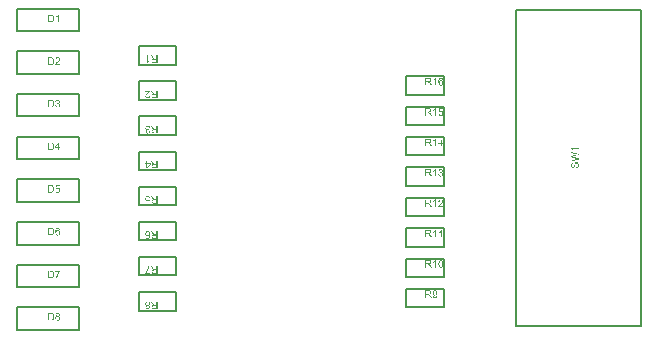
<source format=gbr>
%FSTAX23Y23*%
%MOIN*%
%SFA1B1*%

%IPPOS*%
%ADD27C,0.007874*%
%LNpcb2_top_assembly-1*%
%LPD*%
G36*
X03027Y0236D02*
X03028D01*
X03028Y0236*
X03029Y0236*
X03029Y0236*
X0303Y02359*
X03031Y02359*
X03031Y02359*
X03032Y02358*
X03032*
X03032Y02358*
X03032Y02358*
X03032Y02358*
X03033Y02357*
X03033Y02357*
X03034Y02356*
X03034Y02355*
X03034Y02354*
X03031Y02354*
Y02354*
Y02354*
X03031Y02354*
X03031Y02354*
X03031Y02355*
X0303Y02356*
X0303Y02356*
X0303Y02356*
X0303Y02356*
X0303Y02357*
X03029Y02357*
X03029Y02357*
X03029Y02357*
X03028Y02357*
X03027Y02358*
X03027Y02358*
X03026*
X03026Y02358*
X03026Y02358*
X03025Y02357*
X03025Y02357*
X03025Y02357*
X03024Y02357*
X03024Y02357*
X03024Y02357*
X03024Y02356*
X03023Y02356*
X03023Y02356*
X03022Y02355*
X03022Y02354*
X03022Y02354*
Y02354*
X03022Y02354*
X03022Y02353*
X03022Y02353*
X03022Y02353*
X03021Y02353*
X03021Y02352*
X03021Y02352*
X03021Y02352*
X03021Y02351*
X03021Y02351*
X03021Y0235*
X03021Y0235*
X03021Y02349*
X03021Y02348*
Y02348*
X03021Y02348*
X03021Y02348*
X03021Y02348*
X03022Y02349*
X03022Y02349*
X03023Y0235*
X03023Y0235*
X03024Y0235*
X03024Y0235*
X03024Y0235*
X03024Y02351*
X03025Y02351*
X03025Y02351*
X03026Y02351*
X03026Y02351*
X03027Y02351*
X03027*
X03028Y02351*
X03028Y02351*
X03028Y02351*
X03029Y02351*
X0303Y02351*
X0303Y0235*
X03031Y0235*
X03031Y0235*
X03031Y0235*
X03032Y02349*
X03032Y02349*
X03032Y02349*
X03032Y02349*
X03032Y02349*
X03033Y02348*
X03033Y02348*
X03033Y02348*
X03033Y02348*
X03033Y02347*
X03034Y02347*
X03034Y02346*
X03034Y02346*
X03034Y02345*
X03034Y02345*
X03034Y02344*
X03034Y02344*
X03034Y02343*
Y02343*
Y02343*
Y02343*
Y02343*
X03034Y02342*
Y02342*
X03034Y02342*
X03034Y02341*
X03034Y0234*
X03034Y02339*
X03033Y02339*
Y02339*
X03033Y02339*
X03033Y02338*
X03033Y02338*
X03033Y02338*
X03033Y02337*
X03032Y02337*
X03032Y02336*
X03031Y02336*
X03031Y02335*
X03031Y02335*
X0303Y02335*
X0303Y02335*
X03029Y02335*
X03029Y02335*
X03028Y02335*
X03027Y02334*
X03027Y02334*
X03026*
X03026Y02334*
X03026*
X03026Y02334*
X03025Y02335*
X03025Y02335*
X03024Y02335*
X03024Y02335*
X03023Y02335*
X03023Y02335*
X03022Y02336*
X03022Y02336*
X03021Y02336*
X03021Y02337*
X0302Y02337*
X0302Y02337*
X0302Y02337*
X0302Y02338*
X0302Y02338*
X0302Y02338*
X03019Y02338*
X03019Y02339*
X03019Y02339*
X03019Y0234*
X03019Y02341*
X03018Y02342*
X03018Y02342*
X03018Y02343*
X03018Y02344*
X03018Y02345*
X03018Y02347*
Y02347*
Y02347*
Y02347*
Y02347*
Y02347*
X03018Y02348*
X03018Y02348*
X03018Y02349*
X03018Y0235*
X03018Y02351*
X03018Y02352*
X03018Y02352*
X03019Y02353*
X03019Y02354*
X03019Y02355*
X0302Y02356*
X0302Y02357*
X03021Y02357*
X03021Y02357*
X03021Y02357*
X03021Y02358*
X03021Y02358*
X03021Y02358*
X03021Y02358*
X03022Y02358*
X03022Y02359*
X03023Y02359*
X03023Y02359*
X03024Y02359*
X03024Y0236*
X03025Y0236*
X03025Y0236*
X03026Y0236*
X03027Y0236*
X03027*
X03027Y0236*
G37*
G36*
X03004Y0236D02*
X03005Y0236D01*
X03006Y0236*
X03006Y0236*
X03007Y0236*
X03007*
X03007Y0236*
X03007*
X03007Y0236*
X03008Y02359*
X03008Y02359*
X03009Y02359*
X03009Y02359*
X0301Y02358*
X03011Y02358*
X03011*
X03011Y02358*
X03011Y02358*
X03011Y02357*
X03012Y02357*
X03012Y02356*
X03013Y02355*
X03013Y02354*
X03014Y02354*
Y02353*
X03014Y02353*
X03014Y02353*
X03014Y02353*
X03014Y02353*
X03014Y02353*
X03014Y02352*
X03014Y02352*
X03014Y02351*
X03014Y02351*
X03014Y0235*
X03015Y02349*
X03015Y02348*
Y02348*
Y02347*
Y02347*
Y02347*
X03015Y02347*
Y02347*
X03015Y02346*
X03014Y02345*
X03014Y02344*
X03014Y02343*
X03014Y02342*
Y02342*
X03014Y02342*
X03014Y02342*
X03014Y02342*
X03014Y02342*
X03013Y02341*
X03013Y02341*
X03013Y0234*
X03013Y02339*
X03012Y02339*
X03012Y02339*
X03012Y02339*
X03012Y02338*
X03012Y02338*
X03011Y02338*
X03011Y02337*
X0301Y02337*
X0301Y02336*
X0301Y02336*
X0301Y02336*
X03009Y02336*
X03009Y02336*
X03009Y02336*
X03008Y02336*
X03008Y02335*
X03007Y02335*
X03007*
X03007Y02335*
X03006Y02335*
X03006Y02335*
X03005Y02335*
X03005Y02335*
X03004Y02335*
X03003Y02335*
X02994*
Y0236*
X03004*
X03004Y0236*
G37*
G36*
X03034Y02215D02*
X03034Y02215D01*
X03034Y02215*
X03034Y02214*
X03034Y02214*
X03034Y02214*
X03034Y02214*
X03033Y02213*
X03033Y02213*
X03033Y02213*
X03032Y02212*
X03032Y02211*
X03031Y02211*
X03031Y0221*
X03031Y02209*
X0303Y02209*
X0303Y02208*
X0303Y02208*
X0303Y02208*
X03029Y02208*
X03029Y02207*
X03029Y02207*
X03029Y02206*
X03029Y02206*
X03028Y02205*
X03028Y02205*
X03028Y02204*
X03027Y02203*
X03027Y02202*
X03027Y02201*
X03026Y02199*
Y02199*
X03026Y02199*
X03026Y02199*
X03026Y02199*
X03026Y02198*
X03026Y02198*
X03026Y02198*
X03026Y02197*
X03025Y02197*
X03025Y02196*
X03025Y02195*
X03025Y02194*
X03025Y02192*
X03022*
Y02192*
Y02192*
Y02193*
X03022Y02193*
Y02193*
X03022Y02193*
X03022Y02194*
X03022Y02194*
X03022Y02195*
X03022Y02195*
X03022Y02196*
X03022Y02197*
X03022Y02197*
X03022Y02198*
X03023Y02199*
Y02199*
X03023Y022*
X03023Y022*
X03023Y022*
X03023Y02201*
X03023Y02201*
X03023Y02201*
X03024Y02202*
X03024Y02203*
X03024Y02203*
X03025Y02205*
X03025Y02206*
X03026Y02208*
X03026Y02208*
X03026Y02208*
X03026Y02208*
X03026Y02208*
X03027Y02209*
X03027Y02209*
X03027Y02209*
X03027Y0221*
X03028Y02211*
X03029Y02212*
X0303Y02213*
X03031Y02214*
X03018*
Y02217*
X03034*
Y02215*
G37*
G36*
X03004Y02217D02*
X03005Y02217D01*
X03006Y02217*
X03006Y02217*
X03007Y02217*
X03007*
X03007Y02217*
X03007*
X03007Y02217*
X03008Y02217*
X03008Y02217*
X03009Y02216*
X03009Y02216*
X0301Y02216*
X03011Y02215*
X03011*
X03011Y02215*
X03011Y02215*
X03011Y02215*
X03012Y02214*
X03012Y02213*
X03013Y02213*
X03013Y02212*
X03014Y02211*
Y02211*
X03014Y02211*
X03014Y02211*
X03014Y02211*
X03014Y0221*
X03014Y0221*
X03014Y0221*
X03014Y02209*
X03014Y02209*
X03014Y02208*
X03014Y02207*
X03015Y02206*
X03015Y02205*
Y02205*
Y02205*
Y02205*
Y02205*
X03015Y02204*
Y02204*
X03015Y02203*
X03014Y02203*
X03014Y02202*
X03014Y02201*
X03014Y022*
Y022*
X03014Y022*
X03014Y022*
X03014Y022*
X03014Y02199*
X03013Y02199*
X03013Y02198*
X03013Y02197*
X03013Y02197*
X03012Y02196*
X03012Y02196*
X03012Y02196*
X03012Y02196*
X03012Y02195*
X03011Y02195*
X03011Y02195*
X0301Y02194*
X0301Y02194*
X0301Y02194*
X0301Y02194*
X03009Y02194*
X03009Y02193*
X03009Y02193*
X03008Y02193*
X03008Y02193*
X03007Y02193*
X03007*
X03007Y02193*
X03006Y02193*
X03006Y02192*
X03005Y02192*
X03005Y02192*
X03004Y02192*
X03003Y02192*
X02994*
Y02217*
X03004*
X03004Y02217*
G37*
G36*
X03033Y02499D02*
X03023D01*
X03022Y02492*
X03022Y02492*
X03022Y02492*
X03022Y02492*
X03022Y02492*
X03023Y02492*
X03023Y02493*
X03024Y02493*
X03024Y02493*
X03025Y02493*
X03026Y02494*
X03027Y02494*
X03027*
X03027Y02494*
X03028Y02494*
X03028Y02494*
X03028Y02493*
X03029Y02493*
X0303Y02493*
X0303Y02493*
X03031Y02493*
X03031Y02492*
X03032Y02492*
X03032Y02492*
X03032Y02491*
X03032Y02491*
X03032Y02491*
X03033Y02491*
X03033Y02491*
X03033Y02491*
X03033Y0249*
X03033Y0249*
X03034Y0249*
X03034Y02489*
X03034Y02489*
X03034Y02488*
X03034Y02488*
X03034Y02487*
X03035Y02487*
X03035Y02486*
X03035Y02485*
Y02485*
Y02485*
Y02485*
X03035Y02485*
X03035Y02485*
X03035Y02484*
X03035Y02484*
X03034Y02483*
X03034Y02483*
X03034Y02482*
X03034Y02481*
X03033Y02481*
X03033Y0248*
X03033Y0248*
X03033Y0248*
X03033Y02479*
X03032Y02479*
X03032Y02479*
X03032Y02479*
X03032Y02479*
X03031Y02478*
X03031Y02478*
X03031Y02478*
X0303Y02478*
X03029Y02477*
X03029Y02477*
X03028Y02477*
X03028Y02477*
X03027Y02477*
X03026Y02477*
X03026*
X03025Y02477*
X03025Y02477*
X03025Y02477*
X03024Y02477*
X03024Y02477*
X03023Y02477*
X03022Y02477*
X03022Y02478*
X03021Y02478*
X03021Y02478*
X0302Y02478*
X0302Y02479*
X0302Y02479*
X0302Y02479*
X0302Y02479*
X0302Y02479*
X0302Y02479*
X0302Y0248*
X03019Y0248*
X03019Y02481*
X03018Y02481*
X03018Y02482*
X03018Y02483*
X03018Y02484*
X03021Y02484*
Y02484*
Y02484*
X03021Y02484*
X03021Y02483*
X03021Y02483*
X03022Y02482*
X03022Y02482*
X03022Y02481*
X03022Y02481*
X03023Y0248*
X03023Y0248*
X03023Y0248*
X03023Y0248*
X03024Y0248*
X03024Y02479*
X03025Y02479*
X03025Y02479*
X03026Y02479*
X03026*
X03026Y02479*
X03027Y02479*
X03027Y02479*
X03028Y0248*
X03029Y0248*
X03029Y0248*
X0303Y0248*
X0303Y02481*
Y02481*
X0303Y02481*
X0303Y02481*
X0303Y02481*
X03031Y02482*
X03031Y02483*
X03031Y02483*
X03031Y02484*
X03031Y02485*
Y02485*
Y02485*
Y02485*
X03031Y02486*
Y02486*
X03031Y02486*
X03031Y02487*
X03031Y02487*
X03031Y02488*
X0303Y02489*
X0303Y02489*
X0303Y02489*
X0303Y0249*
X03029Y0249*
X03029Y0249*
X03028Y0249*
X03028Y02491*
X03027Y02491*
X03026Y02491*
X03026*
X03025Y02491*
X03025Y02491*
X03025Y02491*
X03024Y02491*
X03024Y0249*
X03023Y0249*
X03023Y0249*
X03023Y0249*
X03023Y0249*
X03023Y0249*
X03022Y02489*
X03022Y02489*
X03022Y02489*
X03021Y02488*
X03019Y02489*
X03021Y02502*
X03033*
Y02499*
G37*
G36*
X03004Y02502D02*
X03005Y02502D01*
X03006Y02502*
X03006Y02502*
X03007Y02502*
X03007*
X03007Y02502*
X03007*
X03007Y02502*
X03008Y02502*
X03008Y02501*
X03009Y02501*
X03009Y02501*
X0301Y025*
X03011Y025*
X03011*
X03011Y025*
X03011Y025*
X03011Y02499*
X03012Y02499*
X03012Y02498*
X03013Y02497*
X03013Y02497*
X03014Y02496*
Y02496*
X03014Y02496*
X03014Y02495*
X03014Y02495*
X03014Y02495*
X03014Y02495*
X03014Y02494*
X03014Y02494*
X03014Y02494*
X03014Y02493*
X03014Y02492*
X03015Y02491*
X03015Y0249*
Y0249*
Y0249*
Y02489*
Y02489*
X03015Y02489*
Y02489*
X03015Y02488*
X03014Y02487*
X03014Y02486*
X03014Y02485*
X03014Y02485*
Y02485*
X03014Y02484*
X03014Y02484*
X03014Y02484*
X03014Y02484*
X03013Y02483*
X03013Y02483*
X03013Y02482*
X03013Y02482*
X03012Y02481*
X03012Y02481*
X03012Y02481*
X03012Y0248*
X03012Y0248*
X03011Y0248*
X03011Y02479*
X0301Y02479*
X0301Y02479*
X0301Y02479*
X0301Y02479*
X03009Y02478*
X03009Y02478*
X03009Y02478*
X03008Y02478*
X03008Y02478*
X03007Y02477*
X03007*
X03007Y02477*
X03006Y02477*
X03006Y02477*
X03005Y02477*
X03005Y02477*
X03004Y02477*
X03003Y02477*
X02994*
Y02502*
X03004*
X03004Y02502*
G37*
G36*
X03031Y02628D02*
X03034D01*
Y02625*
X03031*
Y02619*
X03028*
Y02625*
X03017*
Y02628*
X03028Y02644*
X03031*
Y02628*
G37*
G36*
X03004Y02644D02*
X03005Y02644D01*
X03006Y02644*
X03006Y02644*
X03007Y02644*
X03007*
X03007Y02643*
X03007*
X03007Y02643*
X03008Y02643*
X03008Y02643*
X03009Y02643*
X03009Y02643*
X0301Y02642*
X03011Y02642*
X03011*
X03011Y02642*
X03011Y02641*
X03011Y02641*
X03012Y02641*
X03012Y0264*
X03013Y02639*
X03013Y02638*
X03014Y02637*
Y02637*
X03014Y02637*
X03014Y02637*
X03014Y02637*
X03014Y02637*
X03014Y02636*
X03014Y02636*
X03014Y02636*
X03014Y02635*
X03014Y02635*
X03014Y02634*
X03015Y02633*
X03015Y02631*
Y02631*
Y02631*
Y02631*
Y02631*
X03015Y02631*
Y0263*
X03015Y0263*
X03014Y02629*
X03014Y02628*
X03014Y02627*
X03014Y02626*
Y02626*
X03014Y02626*
X03014Y02626*
X03014Y02626*
X03014Y02626*
X03013Y02625*
X03013Y02624*
X03013Y02624*
X03013Y02623*
X03012Y02623*
X03012Y02623*
X03012Y02622*
X03012Y02622*
X03012Y02622*
X03011Y02621*
X03011Y02621*
X0301Y02621*
X0301Y0262*
X0301Y0262*
X0301Y0262*
X03009Y0262*
X03009Y0262*
X03009Y0262*
X03008Y02619*
X03008Y02619*
X03007Y02619*
X03007*
X03007Y02619*
X03006Y02619*
X03006Y02619*
X03005Y02619*
X03005Y02619*
X03004Y02619*
X03003Y02619*
X02994*
Y02644*
X03004*
X03004Y02644*
G37*
G36*
X03027Y02787D02*
X03027Y02786D01*
X03028Y02786*
X03028Y02786*
X03029Y02786*
X0303Y02786*
X0303*
X0303Y02786*
X0303Y02786*
X0303Y02785*
X03031Y02785*
X03031Y02785*
X03032Y02784*
X03032Y02784*
X03032Y02783*
X03032Y02783*
X03032Y02783*
X03033Y02783*
X03033Y02782*
X03033Y02782*
X03033Y02781*
X03033Y02781*
X03033Y0278*
Y0278*
Y0278*
X03033Y02779*
X03033Y02779*
X03033Y02779*
X03033Y02778*
X03033Y02778*
X03032Y02777*
X03032Y02777*
X03032Y02777*
X03032Y02777*
X03032Y02776*
X03031Y02776*
X03031Y02776*
X0303Y02775*
X0303Y02775*
X0303*
X0303Y02775*
X0303*
X0303Y02775*
X03031Y02775*
X03031Y02774*
X03032Y02774*
X03032Y02774*
X03033Y02773*
X03033Y02773*
X03033Y02773*
X03033Y02772*
X03034Y02772*
X03034Y02772*
X03034Y02771*
X03034Y0277*
X03034Y0277*
X03034Y02769*
Y02769*
Y02769*
Y02768*
X03034Y02768*
X03034Y02768*
X03034Y02768*
X03034Y02767*
X03034Y02767*
X03034Y02766*
X03034Y02765*
X03033Y02765*
X03033Y02764*
X03033Y02764*
X03032Y02764*
X03032Y02763*
X03032Y02763*
X03032Y02763*
X03032Y02763*
X03032Y02763*
X03031Y02763*
X03031Y02762*
X03031Y02762*
X0303Y02762*
X0303Y02762*
X0303Y02762*
X03029Y02761*
X03029Y02761*
X03028Y02761*
X03027Y02761*
X03027Y02761*
X03026Y02761*
X03026*
X03025Y02761*
X03025Y02761*
X03025Y02761*
X03024Y02761*
X03024Y02761*
X03023Y02761*
X03022Y02762*
X03022Y02762*
X03021Y02762*
X03021Y02762*
X03021Y02763*
X0302Y02763*
X0302Y02763*
X0302Y02763*
X0302Y02763*
X0302Y02763*
X0302Y02764*
X0302Y02764*
X03019Y02764*
X03019Y02765*
X03019Y02766*
X03018Y02767*
X03018Y02767*
X03018Y02768*
X03021Y02768*
Y02768*
X03021Y02768*
Y02768*
X03021Y02768*
X03021Y02767*
X03022Y02767*
X03022Y02766*
X03022Y02766*
X03022Y02765*
X03023Y02765*
X03023Y02765*
X03023Y02764*
X03023Y02764*
X03024Y02764*
X03024Y02764*
X03025Y02764*
X03025Y02763*
X03026Y02763*
X03026*
X03026Y02763*
X03027Y02763*
X03027Y02764*
X03028Y02764*
X03029Y02764*
X03029Y02764*
X0303Y02765*
X0303Y02765*
X0303Y02765*
X0303Y02765*
X0303Y02766*
X03031Y02766*
X03031Y02767*
X03031Y02768*
X03031Y02769*
Y02769*
Y02769*
Y02769*
X03031Y02769*
X03031Y02769*
X03031Y0277*
X03031Y0277*
X03031Y02771*
X0303Y02772*
X0303Y02772*
X0303Y02772*
X0303Y02772*
X03029Y02773*
X03029Y02773*
X03028Y02773*
X03028Y02773*
X03027Y02773*
X03026Y02774*
X03026*
X03026Y02774*
X03025Y02773*
X03025Y02773*
X03025Y02773*
X03024Y02773*
X03024Y02776*
X03025*
X03025Y02776*
X03025*
X03026Y02776*
X03026Y02776*
X03027Y02776*
X03027Y02776*
X03028Y02777*
X03028Y02777*
X03029Y02777*
X03029Y02777*
X03029Y02777*
X03029Y02778*
X0303Y02778*
X0303Y02779*
X0303Y02779*
X0303Y0278*
Y0278*
Y0278*
Y0278*
X0303Y02781*
X0303Y02781*
X0303Y02782*
X0303Y02782*
X03029Y02782*
X03029Y02783*
X03029Y02783*
X03029Y02783*
X03028Y02783*
X03028Y02783*
X03028Y02784*
X03027Y02784*
X03027Y02784*
X03026Y02784*
X03026*
X03025Y02784*
X03025Y02784*
X03024Y02784*
X03024Y02784*
X03023Y02783*
X03023Y02783*
X03023Y02783*
X03023Y02783*
X03023Y02782*
X03022Y02782*
X03022Y02782*
X03022Y02781*
X03022Y0278*
X03021Y0278*
X03018Y0278*
Y0278*
X03018Y0278*
X03018Y0278*
X03018Y02781*
X03019Y02781*
X03019Y02781*
X03019Y02782*
X03019Y02783*
X0302Y02783*
X0302Y02784*
X03021Y02785*
X03021Y02785*
X03021Y02785*
X03021Y02785*
X03021Y02785*
X03021Y02785*
X03022Y02785*
X03022Y02786*
X03023Y02786*
X03024Y02786*
X03025Y02787*
X03025Y02787*
X03026*
X03027Y02787*
G37*
G36*
X03004Y02786D02*
X03005Y02786D01*
X03006Y02786*
X03006Y02786*
X03007Y02786*
X03007*
X03007Y02786*
X03007*
X03007Y02786*
X03008Y02786*
X03008Y02786*
X03009Y02785*
X03009Y02785*
X0301Y02785*
X03011Y02784*
X03011*
X03011Y02784*
X03011Y02784*
X03011Y02784*
X03012Y02783*
X03012Y02782*
X03013Y02782*
X03013Y02781*
X03014Y0278*
Y0278*
X03014Y0278*
X03014Y0278*
X03014Y02779*
X03014Y02779*
X03014Y02779*
X03014Y02779*
X03014Y02778*
X03014Y02778*
X03014Y02777*
X03014Y02776*
X03015Y02775*
X03015Y02774*
Y02774*
Y02774*
Y02774*
Y02774*
X03015Y02773*
Y02773*
X03015Y02772*
X03014Y02772*
X03014Y02771*
X03014Y0277*
X03014Y02769*
Y02769*
X03014Y02769*
X03014Y02769*
X03014Y02769*
X03014Y02768*
X03013Y02768*
X03013Y02767*
X03013Y02766*
X03013Y02766*
X03012Y02765*
X03012Y02765*
X03012Y02765*
X03012Y02765*
X03012Y02764*
X03011Y02764*
X03011Y02764*
X0301Y02763*
X0301Y02763*
X0301Y02763*
X0301Y02763*
X03009Y02763*
X03009Y02762*
X03009Y02762*
X03008Y02762*
X03008Y02762*
X03007Y02762*
X03007*
X03007Y02762*
X03006Y02762*
X03006Y02761*
X03005Y02761*
X03005Y02761*
X03004Y02761*
X03003Y02761*
X02994*
Y02786*
X03004*
X03004Y02786*
G37*
G36*
X0303Y03045D02*
X03027D01*
Y03065*
X03027Y03065*
X03026Y03065*
X03026Y03064*
X03026Y03064*
X03025Y03064*
X03025Y03064*
X03024Y03063*
X03024Y03063*
X03024*
X03024Y03063*
X03023Y03063*
X03023Y03062*
X03023Y03062*
X03022Y03062*
X03021Y03062*
X03021Y03061*
X0302Y03061*
Y03064*
X0302*
X0302Y03064*
X03021Y03064*
X03021Y03064*
X03021Y03064*
X03021Y03065*
X03022Y03065*
X03023Y03065*
X03023Y03066*
X03024Y03066*
X03025Y03067*
X03025Y03067*
X03025Y03067*
X03025Y03067*
X03026Y03068*
X03026Y03068*
X03026Y03069*
X03027Y03069*
X03027Y0307*
X03028Y0307*
X0303*
Y03045*
G37*
G36*
X03004Y0307D02*
X03005Y0307D01*
X03006Y0307*
X03006Y0307*
X03007Y0307*
X03007*
X03007Y0307*
X03007*
X03007Y0307*
X03008Y0307*
X03008Y0307*
X03009Y03069*
X03009Y03069*
X0301Y03069*
X03011Y03068*
X03011*
X03011Y03068*
X03011Y03068*
X03011Y03067*
X03012Y03067*
X03012Y03066*
X03013Y03066*
X03013Y03065*
X03014Y03064*
Y03064*
X03014Y03064*
X03014Y03064*
X03014Y03063*
X03014Y03063*
X03014Y03063*
X03014Y03062*
X03014Y03062*
X03014Y03062*
X03014Y03061*
X03014Y0306*
X03015Y03059*
X03015Y03058*
Y03058*
Y03058*
Y03058*
Y03057*
X03015Y03057*
Y03057*
X03015Y03056*
X03014Y03055*
X03014Y03054*
X03014Y03054*
X03014Y03053*
Y03053*
X03014Y03053*
X03014Y03053*
X03014Y03052*
X03014Y03052*
X03013Y03051*
X03013Y03051*
X03013Y0305*
X03013Y0305*
X03012Y03049*
X03012Y03049*
X03012Y03049*
X03012Y03049*
X03012Y03048*
X03011Y03048*
X03011Y03048*
X0301Y03047*
X0301Y03047*
X0301Y03047*
X0301Y03047*
X03009Y03047*
X03009Y03046*
X03009Y03046*
X03008Y03046*
X03008Y03046*
X03007Y03046*
X03007*
X03007Y03045*
X03006Y03045*
X03006Y03045*
X03005Y03045*
X03005Y03045*
X03004Y03045*
X03003Y03045*
X02994*
Y0307*
X03004*
X03004Y0307*
G37*
G36*
X03027Y02928D02*
X03027Y02928D01*
X03028Y02928*
X03028Y02928*
X03028Y02928*
X03029Y02928*
X0303Y02927*
X03031Y02927*
X03031Y02927*
X03032Y02927*
X03032Y02926*
X03032Y02926*
X03032Y02926*
X03032Y02926*
X03032Y02926*
X03033Y02926*
X03033Y02925*
X03033Y02925*
X03034Y02924*
X03034Y02923*
X03034Y02922*
X03034Y02922*
X03034Y02921*
Y02921*
Y02921*
X03034Y02921*
X03034Y0292*
X03034Y0292*
X03034Y02919*
X03034Y02919*
X03034Y02918*
X03034Y02918*
X03033Y02918*
X03033Y02918*
X03033Y02917*
X03033Y02917*
X03032Y02916*
X03032Y02916*
X03032Y02915*
X03031Y02915*
X03031Y02915*
X03031Y02915*
X03031Y02914*
X0303Y02914*
X0303Y02914*
X0303Y02913*
X03029Y02913*
X03029Y02913*
X03028Y02912*
X03028Y02912*
X03027Y02911*
X03027Y02911*
X03027Y02911*
X03027Y02911*
X03026Y02911*
X03026Y0291*
X03026Y0291*
X03025Y0291*
X03025Y02909*
X03024Y02908*
X03024Y02908*
X03023Y02908*
X03023Y02908*
X03023Y02908*
X03023Y02907*
X03023Y02907*
X03023Y02907*
X03022Y02907*
X03022Y02906*
X03034*
Y02903*
X03018*
Y02903*
Y02903*
Y02903*
X03018Y02904*
X03018Y02904*
X03018Y02904*
X03018Y02905*
X03018Y02905*
Y02905*
X03018Y02905*
X03018Y02905*
X03018Y02906*
X03018Y02906*
X03019Y02907*
X03019Y02907*
X03019Y02908*
X0302Y02908*
Y02908*
X0302Y02909*
X0302Y02909*
X03021Y02909*
X03021Y0291*
X03022Y0291*
X03022Y02911*
X03023Y02911*
X03024Y02912*
X03024Y02912*
X03024Y02912*
X03024Y02913*
X03025Y02913*
X03025Y02913*
X03025Y02913*
X03026Y02914*
X03027Y02915*
X03028Y02916*
X03029Y02916*
X03029Y02917*
X03029Y02917*
X0303Y02918*
Y02918*
X0303Y02918*
X0303Y02918*
X0303Y02918*
X0303Y02918*
X0303Y02919*
X03031Y02919*
X03031Y0292*
X03031Y02921*
X03031Y02921*
Y02921*
Y02921*
X03031Y02922*
X03031Y02922*
X03031Y02922*
X03031Y02923*
X0303Y02923*
X0303Y02924*
X0303Y02924*
X0303Y02925*
X03029Y02925*
X03029Y02925*
X03029Y02925*
X03028Y02925*
X03028Y02926*
X03027Y02926*
X03026Y02926*
X03026*
X03026Y02926*
X03025Y02926*
X03025Y02926*
X03024Y02925*
X03024Y02925*
X03023Y02925*
X03023Y02924*
X03023Y02924*
X03022Y02924*
X03022Y02924*
X03022Y02923*
X03022Y02923*
X03022Y02922*
X03021Y02922*
X03021Y02921*
X03018Y02921*
Y02921*
Y02921*
X03018Y02921*
X03018Y02922*
X03018Y02922*
X03018Y02922*
X03019Y02923*
X03019Y02924*
X03019Y02925*
X0302Y02926*
X0302Y02926*
X03021Y02926*
X03021Y02926*
X03021Y02927*
X03021Y02927*
X03021Y02927*
X03021Y02927*
X03021Y02927*
X03022Y02927*
X03022Y02927*
X03022Y02928*
X03023Y02928*
X03023Y02928*
X03024Y02928*
X03025Y02928*
X03026Y02928*
X03026Y02928*
X03027*
X03027Y02928*
G37*
G36*
X03004Y02928D02*
X03005Y02928D01*
X03006Y02928*
X03006Y02928*
X03007Y02928*
X03007*
X03007Y02928*
X03007*
X03007Y02928*
X03008Y02928*
X03008Y02927*
X03009Y02927*
X03009Y02927*
X0301Y02926*
X03011Y02926*
X03011*
X03011Y02926*
X03011Y02926*
X03011Y02925*
X03012Y02925*
X03012Y02924*
X03013Y02923*
X03013Y02923*
X03014Y02922*
Y02922*
X03014Y02922*
X03014Y02921*
X03014Y02921*
X03014Y02921*
X03014Y02921*
X03014Y0292*
X03014Y0292*
X03014Y0292*
X03014Y02919*
X03014Y02918*
X03015Y02917*
X03015Y02916*
Y02916*
Y02916*
Y02915*
Y02915*
X03015Y02915*
Y02915*
X03015Y02914*
X03014Y02913*
X03014Y02912*
X03014Y02911*
X03014Y02911*
Y02911*
X03014Y02911*
X03014Y0291*
X03014Y0291*
X03014Y0291*
X03013Y02909*
X03013Y02909*
X03013Y02908*
X03013Y02908*
X03012Y02907*
X03012Y02907*
X03012Y02907*
X03012Y02906*
X03012Y02906*
X03011Y02906*
X03011Y02905*
X0301Y02905*
X0301Y02905*
X0301Y02905*
X0301Y02905*
X03009Y02904*
X03009Y02904*
X03009Y02904*
X03008Y02904*
X03008Y02904*
X03007Y02903*
X03007*
X03007Y02903*
X03006Y02903*
X03006Y02903*
X03005Y02903*
X03005Y02903*
X03004Y02903*
X03003Y02903*
X02994*
Y02928*
X03004*
X03004Y02928*
G37*
G36*
Y02076D02*
X03005Y02076D01*
X03006Y02076*
X03006Y02076*
X03007Y02075*
X03007*
X03007Y02075*
X03007*
X03007Y02075*
X03008Y02075*
X03008Y02075*
X03009Y02075*
X03009Y02074*
X0301Y02074*
X03011Y02074*
X03011*
X03011Y02074*
X03011Y02073*
X03011Y02073*
X03012Y02072*
X03012Y02072*
X03013Y02071*
X03013Y0207*
X03014Y02069*
Y02069*
X03014Y02069*
X03014Y02069*
X03014Y02069*
X03014Y02069*
X03014Y02068*
X03014Y02068*
X03014Y02068*
X03014Y02067*
X03014Y02067*
X03014Y02066*
X03015Y02065*
X03015Y02063*
Y02063*
Y02063*
Y02063*
Y02063*
X03015Y02063*
Y02062*
X03015Y02062*
X03014Y02061*
X03014Y0206*
X03014Y02059*
X03014Y02058*
Y02058*
X03014Y02058*
X03014Y02058*
X03014Y02058*
X03014Y02057*
X03013Y02057*
X03013Y02056*
X03013Y02056*
X03013Y02055*
X03012Y02054*
X03012Y02054*
X03012Y02054*
X03012Y02054*
X03012Y02054*
X03011Y02053*
X03011Y02053*
X0301Y02053*
X0301Y02052*
X0301Y02052*
X0301Y02052*
X03009Y02052*
X03009Y02052*
X03009Y02052*
X03008Y02051*
X03008Y02051*
X03007Y02051*
X03007*
X03007Y02051*
X03006Y02051*
X03006Y02051*
X03005Y02051*
X03005Y02051*
X03004Y02051*
X03003Y02051*
X02994*
Y02076*
X03004*
X03004Y02076*
G37*
G36*
X03027Y02076D02*
X03027D01*
X03027Y02076*
X03028Y02076*
X03029Y02075*
X0303Y02075*
X0303Y02075*
X03031Y02075*
X03031Y02074*
X03032Y02074*
X03032Y02074*
X03032Y02074*
X03032Y02074*
X03032Y02074*
X03032Y02073*
X03032Y02073*
X03033Y02073*
X03033Y02072*
X03033Y02071*
X03033Y0207*
X03033Y0207*
X03034Y02069*
Y02069*
Y02069*
X03033Y02069*
X03033Y02068*
X03033Y02068*
X03033Y02067*
X03033Y02067*
X03033Y02066*
X03033Y02066*
X03032Y02066*
X03032Y02066*
X03032Y02065*
X03032Y02065*
X03031Y02065*
X0303Y02065*
X0303Y02064*
X0303*
X0303Y02064*
X0303Y02064*
X0303Y02064*
X03031Y02064*
X03031Y02064*
X03032Y02063*
X03032Y02063*
X03033Y02062*
X03033Y02062*
X03033Y02062*
X03034Y02061*
X03034Y02061*
X03034Y02061*
X03034Y0206*
X03034Y02059*
X03035Y02059*
X03035Y02058*
Y02058*
Y02058*
Y02057*
X03035Y02057*
X03034Y02057*
X03034Y02057*
X03034Y02056*
X03034Y02055*
X03034Y02055*
X03034Y02054*
X03033Y02054*
X03033Y02053*
X03033Y02053*
X03032Y02052*
X03032Y02052*
X03032Y02052*
X03032Y02052*
X03032Y02052*
X03032Y02052*
X03031Y02052*
X03031Y02051*
X03031Y02051*
X0303Y02051*
X0303Y02051*
X03029Y02051*
X03029Y0205*
X03028Y0205*
X03028Y0205*
X03027Y0205*
X03026Y0205*
X03026*
X03026Y0205*
X03025Y0205*
X03025Y0205*
X03025Y0205*
X03024Y0205*
X03023Y02051*
X03023Y02051*
X03022Y02051*
X03022Y02051*
X03021Y02052*
X03021Y02052*
X0302Y02052*
X0302Y02052*
X0302Y02052*
X0302Y02053*
X0302Y02053*
X0302Y02053*
X03019Y02053*
X03019Y02053*
X03019Y02054*
X03019Y02054*
X03019Y02055*
X03018Y02056*
X03018Y02056*
X03018Y02057*
X03018Y02057*
X03018Y02058*
Y02058*
Y02058*
Y02058*
X03018Y02058*
Y02058*
X03018Y02059*
X03018Y02059*
X03018Y0206*
X03018Y02061*
X03019Y02061*
X03019Y02062*
Y02062*
X03019Y02062*
X03019Y02062*
X0302Y02063*
X0302Y02063*
X03021Y02063*
X03021Y02064*
X03022Y02064*
X03023Y02064*
X03023*
X03023Y02064*
X03022Y02064*
X03022Y02065*
X03022Y02065*
X03021Y02065*
X03021Y02065*
X0302Y02066*
X0302Y02066*
X0302Y02066*
X0302Y02066*
X0302Y02067*
X03019Y02067*
X03019Y02068*
X03019Y02068*
X03019Y02069*
X03019Y02069*
Y02069*
Y02069*
Y0207*
X03019Y0207*
X03019Y0207*
X03019Y0207*
X03019Y02071*
X03019Y02072*
X0302Y02072*
X0302Y02073*
X0302Y02073*
X03021Y02074*
X03021Y02074*
X03021Y02074*
X03021Y02074*
X03021Y02074*
X03021Y02074*
X03021Y02074*
X03022Y02075*
X03022Y02075*
X03022Y02075*
X03023Y02075*
X03024Y02076*
X03025Y02076*
X03026Y02076*
X03026Y02076*
X03026*
X03027Y02076*
G37*
G36*
X04763Y02624D02*
X04743D01*
X04743Y02624*
X04743Y02624*
X04744Y02623*
X04744Y02623*
X04744Y02622*
X04744Y02622*
X04745Y02621*
X04745Y02621*
Y02621*
X04745Y02621*
X04745Y0262*
X04746Y0262*
X04746Y0262*
X04746Y02619*
X04746Y02619*
X04747Y02618*
X04747Y02618*
X04744*
Y02618*
X04744Y02618*
X04744Y02618*
X04744Y02618*
X04744Y02618*
X04743Y02618*
X04743Y02619*
X04743Y0262*
X04742Y02621*
X04742Y02621*
X04741Y02622*
X04741Y02622*
X04741Y02622*
X04741Y02622*
X0474Y02623*
X0474Y02623*
X04739Y02624*
X04739Y02624*
X04738Y02624*
X04738Y02625*
Y02627*
X04763*
Y02624*
G37*
G36*
Y02606D02*
Y02603D01*
X04744Y02598*
X04744*
X04744Y02598*
X04743Y02598*
X04743Y02598*
X04743Y02598*
X04742Y02597*
X04742Y02597*
X04741Y02597*
X04741Y02597*
X04741Y02597*
X04741Y02597*
X04741*
X04741Y02597*
X04741Y02597*
X04742Y02597*
X04742Y02597*
X04743Y02597*
X04743Y02596*
X04744Y02596*
X04763Y02591*
Y02587*
X04738Y02581*
Y02584*
X04754Y02588*
X04754*
X04754Y02588*
X04754Y02588*
X04755Y02588*
X04755Y02588*
X04755Y02588*
X04756Y02588*
X04757Y02589*
X04757Y02589*
X04758Y02589*
X04759Y02589*
X04759*
X04759Y02589*
X04759Y02589*
X04759Y02589*
X04758Y02589*
X04758Y02589*
X04757Y0259*
X04756Y0259*
X04756Y0259*
X04755Y0259*
X04755Y0259*
X04755Y0259*
X04755Y0259*
X04738Y02595*
Y02599*
X0475Y02603*
X0475*
X04751Y02603*
X04751Y02603*
X04751Y02603*
X04752Y02603*
X04752Y02603*
X04753Y02603*
X04753Y02603*
X04754Y02604*
X04755Y02604*
X04756Y02604*
X04758Y02604*
X04759Y02605*
X04759*
X04759Y02605*
X04759*
X04759Y02605*
X04759Y02605*
X04758Y02605*
X04758Y02605*
X04758Y02605*
X04757Y02605*
X04756Y02605*
X04755Y02606*
X04754Y02606*
X04738Y0261*
Y02613*
X04763Y02606*
G37*
G36*
X04756Y02579D02*
X04757Y02578D01*
X04758Y02578*
X04758Y02578*
X04759Y02578*
X0476Y02577*
X0476Y02577*
X0476Y02577*
X0476Y02577*
X04761Y02577*
X04761Y02576*
X04761Y02576*
X04762Y02575*
X04762Y02574*
Y02574*
X04762Y02574*
X04762Y02574*
X04762Y02574*
X04763Y02574*
X04763Y02573*
X04763Y02573*
X04763Y02572*
X04763Y02571*
X04763Y0257*
X04763Y02569*
Y02569*
X04763Y02568*
Y02568*
X04763Y02568*
X04763Y02567*
X04763Y02566*
X04763Y02565*
X04763Y02564*
X04762Y02564*
Y02564*
X04762Y02563*
X04762Y02563*
X04762Y02563*
X04762Y02563*
X04762Y02562*
X04761Y02562*
X04761Y02561*
X0476Y0256*
X04759Y0256*
X04759*
X04759Y0256*
X04759Y0256*
X04759Y0256*
X04759Y0256*
X04759Y02559*
X04758Y02559*
X04757Y02559*
X04757Y02559*
X04756Y02559*
X04755Y02559*
X04754Y02562*
X04755*
X04755*
X04755Y02562*
X04755Y02562*
X04756Y02562*
X04756Y02562*
X04757Y02562*
X04757Y02562*
X04758Y02563*
X04758Y02563*
X04758Y02563*
X04758Y02563*
X04758Y02563*
X04759Y02564*
X04759Y02564*
X04759Y02565*
X0476Y02565*
Y02565*
X0476Y02565*
X0476Y02566*
X0476Y02566*
X0476Y02566*
X0476Y02567*
X0476Y02568*
X0476Y02568*
X0476Y02569*
Y02569*
X0476Y0257*
X0476Y0257*
X0476Y02571*
X0476Y02571*
X0476Y02572*
X0476Y02572*
X0476Y02573*
X0476Y02573*
X0476Y02573*
X04759Y02573*
X04759Y02574*
X04759Y02574*
X04759Y02574*
X04758Y02575*
X04758Y02575*
X04758Y02575*
X04758Y02575*
X04758Y02575*
X04757Y02575*
X04757Y02575*
X04756Y02575*
X04756Y02575*
X04756*
X04756*
X04756Y02575*
X04755Y02575*
X04755Y02575*
X04755Y02575*
X04754Y02575*
X04754Y02575*
X04754Y02575*
X04754Y02575*
X04754Y02574*
X04753Y02574*
X04753Y02574*
X04753Y02573*
X04753Y02573*
X04752Y02572*
X04752Y02572*
X04752Y02572*
X04752Y02572*
X04752Y02572*
X04752Y02571*
X04752Y02571*
X04752Y02571*
X04752Y0257*
X04752Y0257*
X04752Y0257*
X04752Y02569*
X04751Y02569*
X04751Y02568*
Y02568*
X04751Y02568*
X04751Y02568*
X04751Y02567*
X04751Y02567*
X04751Y02567*
X04751Y02566*
X0475Y02565*
X0475Y02564*
X0475Y02564*
X0475Y02563*
X0475Y02563*
Y02563*
X0475Y02563*
X04749Y02563*
X04749Y02562*
X04749Y02562*
X04749Y02562*
X04748Y02561*
X04748Y02561*
X04747Y0256*
X04747Y0256*
X04747Y0256*
X04747Y0256*
X04746Y0256*
X04746Y0256*
X04745Y0256*
X04745Y0256*
X04744Y0256*
X04744*
X04744*
X04744*
X04744*
X04744Y0256*
X04743Y0256*
X04742Y0256*
X04742Y0256*
X04741Y0256*
X04741Y02561*
X04741*
X04741Y02561*
X0474Y02561*
X0474Y02561*
X0474Y02561*
X04739Y02562*
X04739Y02562*
X04738Y02563*
X04738Y02564*
Y02564*
X04738Y02564*
X04738Y02564*
X04738Y02564*
X04738Y02564*
X04738Y02565*
X04738Y02565*
X04737Y02566*
X04737Y02567*
X04737Y02567*
X04737Y02568*
Y02569*
X04737Y02569*
Y02569*
X04737Y0257*
X04737Y02571*
X04738Y02572*
X04738Y02572*
X04738Y02573*
Y02573*
X04738Y02573*
X04738Y02573*
X04738Y02574*
X04739Y02574*
X04739Y02574*
X04739Y02575*
X0474Y02576*
X0474Y02576*
X04741Y02577*
X04741Y02577*
X04741Y02577*
X04741Y02577*
X04742Y02577*
X04743Y02577*
X04743Y02578*
X04744Y02578*
X04745Y02578*
X04745Y02575*
X04745*
X04745*
X04745Y02575*
X04745Y02575*
X04744Y02574*
X04744Y02574*
X04743Y02574*
X04742Y02574*
X04742Y02573*
X04741Y02573*
X04741Y02573*
X04741Y02573*
X04741Y02572*
X04741Y02572*
X04741Y02571*
X0474Y0257*
X0474Y0257*
X0474Y02569*
Y02568*
X0474Y02568*
Y02567*
X0474Y02567*
X0474Y02566*
X04741Y02565*
X04741Y02565*
X04741Y02564*
X04741Y02564*
X04741Y02564*
X04741Y02564*
X04742Y02564*
X04742Y02563*
X04742Y02563*
X04743Y02563*
X04743Y02563*
X04744Y02563*
X04744*
X04744*
X04744Y02563*
X04745Y02563*
X04745Y02563*
X04746Y02563*
X04746Y02563*
X04746Y02564*
X04746Y02564*
X04746Y02564*
X04746Y02564*
X04747Y02564*
X04747Y02564*
X04747Y02565*
X04747Y02565*
X04747Y02565*
X04747Y02566*
X04747Y02566*
X04747Y02567*
X04748Y02567*
X04748Y02568*
X04748Y02569*
Y02569*
X04748Y02569*
X04748Y02569*
X04748Y02569*
X04748Y0257*
X04748Y0257*
X04749Y02571*
X04749Y02572*
X04749Y02573*
X04749Y02573*
X04749Y02574*
X04749Y02574*
X0475Y02574*
Y02574*
X0475Y02574*
X0475Y02574*
X0475Y02575*
X0475Y02575*
X0475Y02576*
X04751Y02576*
X04751Y02577*
X04752Y02577*
X04752Y02578*
X04752Y02578*
X04752Y02578*
X04753Y02578*
X04753Y02578*
X04754Y02578*
X04754Y02578*
X04755Y02579*
X04756Y02579*
X04756*
X04756*
X04756*
X04756*
X04756Y02579*
G37*
G36*
X04305Y0286D02*
X04305D01*
X04305Y0286*
X04306Y0286*
X04307Y02859*
X04307Y02859*
X04308Y02859*
X04309Y02859*
X04309Y02858*
X04309*
X04309Y02858*
X04309Y02858*
X0431Y02858*
X0431Y02857*
X0431Y02856*
X04311Y02856*
X04311Y02855*
X04311Y02854*
X04308Y02853*
Y02853*
Y02853*
X04308Y02854*
X04308Y02854*
X04308Y02854*
X04307Y02855*
X04307Y02856*
X04307Y02856*
X04307Y02856*
X04307Y02856*
X04306Y02856*
X04306Y02857*
X04306Y02857*
X04305Y02857*
X04305Y02857*
X04304Y02857*
X04304*
X04303Y02857*
X04303Y02857*
X04303Y02857*
X04302Y02857*
X04302Y02857*
X04301Y02857*
X04301Y02856*
X04301Y02856*
X04301Y02856*
X043Y02856*
X043Y02855*
X043Y02855*
X04299Y02854*
X04299Y02853*
Y02853*
X04299Y02853*
X04299Y02853*
X04299Y02853*
X04299Y02853*
X04299Y02853*
X04299Y02852*
X04299Y02852*
X04298Y02852*
X04298Y02851*
X04298Y02851*
X04298Y0285*
X04298Y0285*
X04298Y02849*
X04298Y02848*
Y02848*
X04298Y02848*
X04298Y02848*
X04299Y02848*
X04299Y02849*
X04299Y02849*
X043Y02849*
X043Y0285*
X04301Y0285*
X04301Y0285*
X04301Y0285*
X04301Y0285*
X04302Y02851*
X04302Y02851*
X04303Y02851*
X04304Y02851*
X04304Y02851*
X04304*
X04305Y02851*
X04305Y02851*
X04305Y02851*
X04306Y02851*
X04307Y0285*
X04307Y0285*
X04308Y0285*
X04308Y0285*
X04309Y02849*
X04309Y02849*
X04309Y02849*
X0431Y02849*
X0431Y02849*
X0431Y02848*
X0431Y02848*
X0431Y02848*
X0431Y02848*
X0431Y02847*
X04311Y02847*
X04311Y02847*
X04311Y02846*
X04311Y02846*
X04311Y02845*
X04311Y02845*
X04312Y02844*
X04312Y02843*
X04312Y02843*
Y02843*
Y02843*
Y02843*
Y02842*
X04312Y02842*
Y02842*
X04312Y02841*
X04311Y02841*
X04311Y0284*
X04311Y02839*
X04311Y02838*
Y02838*
X04311Y02838*
X04311Y02838*
X0431Y02838*
X0431Y02838*
X0431Y02837*
X04309Y02837*
X04309Y02836*
X04308Y02836*
X04308Y02835*
X04308Y02835*
X04307Y02835*
X04307Y02835*
X04307Y02835*
X04306Y02834*
X04305Y02834*
X04305Y02834*
X04304Y02834*
X04304*
X04303Y02834*
X04303*
X04303Y02834*
X04302Y02834*
X04302Y02834*
X04302Y02834*
X04301Y02835*
X04301Y02835*
X043Y02835*
X04299Y02835*
X04299Y02836*
X04298Y02836*
X04298Y02836*
X04297Y02837*
X04297Y02837*
X04297Y02837*
X04297Y02837*
X04297Y02838*
X04297Y02838*
X04297Y02838*
X04296Y02839*
X04296Y02839*
X04296Y0284*
X04296Y02841*
X04296Y02841*
X04295Y02842*
X04295Y02843*
X04295Y02844*
X04295Y02845*
X04295Y02846*
Y02846*
Y02846*
Y02847*
Y02847*
Y02847*
X04295Y02848*
X04295Y02848*
X04295Y02849*
X04295Y0285*
X04295Y0285*
X04295Y02851*
X04296Y02852*
X04296Y02853*
X04296Y02854*
X04296Y02855*
X04297Y02856*
X04297Y02856*
X04298Y02857*
X04298Y02857*
X04298Y02857*
X04298Y02857*
X04298Y02857*
X04298Y02858*
X04299Y02858*
X04299Y02858*
X04299Y02858*
X043Y02859*
X043Y02859*
X04301Y02859*
X04301Y02859*
X04302Y0286*
X04303Y0286*
X04303Y0286*
X04304Y0286*
X04304*
X04305Y0286*
G37*
G36*
X04287Y02835D02*
X04284D01*
Y02854*
X04284Y02854*
X04284Y02854*
X04284Y02854*
X04283Y02854*
X04283Y02853*
X04282Y02853*
X04282Y02853*
X04281Y02852*
X04281*
X04281Y02852*
X04281Y02852*
X04281Y02852*
X0428Y02852*
X0428Y02851*
X04279Y02851*
X04279Y02851*
X04278Y02851*
Y02854*
X04278*
X04278Y02854*
X04278Y02854*
X04278Y02854*
X04279Y02854*
X04279Y02854*
X0428Y02854*
X0428Y02855*
X04281Y02855*
X04282Y02856*
X04282Y02856*
X04282Y02857*
X04283Y02857*
X04283Y02857*
X04283Y02857*
X04284Y02858*
X04284Y02858*
X04284Y02859*
X04285Y02859*
X04285Y0286*
X04287*
Y02835*
G37*
G36*
X04263Y0286D02*
X04264D01*
X04265Y0286*
X04265Y0286*
X04266Y02859*
X04267Y02859*
X04267Y02859*
X04268Y02859*
X04268*
X04268Y02859*
X04268Y02859*
X04268Y02859*
X04269Y02859*
X04269Y02858*
X0427Y02858*
X0427Y02857*
X04271Y02857*
X04271Y02857*
X04271Y02856*
X04271Y02856*
X04271Y02856*
X04271Y02855*
X04271Y02854*
X04272Y02854*
X04272Y02853*
Y02853*
Y02853*
Y02853*
X04272Y02852*
Y02852*
X04272Y02852*
X04271Y02851*
X04271Y02851*
X04271Y0285*
X0427Y02849*
X0427Y02849*
X0427Y02848*
X0427Y02848*
X0427Y02848*
X0427Y02848*
X04269Y02848*
X04269Y02848*
X04269Y02848*
X04269Y02847*
X04268Y02847*
X04268Y02847*
X04267Y02847*
X04267Y02847*
X04266Y02846*
X04266Y02846*
X04265Y02846*
X04265Y02846*
X04265Y02846*
X04265Y02846*
X04265Y02846*
X04265Y02846*
X04266Y02845*
X04266Y02845*
X04267Y02845*
X04267Y02845*
X04267Y02845*
X04267Y02844*
X04267Y02844*
X04268Y02843*
X04268Y02843*
X04269Y02842*
X04269Y02841*
X04274Y02835*
X04269*
X04266Y0284*
Y0284*
X04266Y0284*
X04266Y0284*
X04266Y0284*
X04266Y02841*
X04265Y02841*
X04265Y02842*
X04264Y02842*
X04264Y02843*
X04264Y02843*
X04264Y02843*
X04264Y02843*
X04263Y02844*
X04263Y02844*
X04263Y02844*
X04262Y02845*
X04262Y02845*
X04262Y02845*
X04262Y02845*
X04262Y02845*
X04262Y02845*
X04261Y02845*
X04261Y02846*
X0426*
X0426Y02846*
X0426*
X0426Y02846*
X0426Y02846*
X04259*
X04259Y02846*
X04255*
Y02835*
X04251*
Y0286*
X04263*
X04263Y0286*
G37*
G36*
X04311Y02755D02*
X04301D01*
X04299Y02748*
X04299Y02748*
X04299Y02748*
X04299Y02749*
X043Y02749*
X043Y02749*
X043Y02749*
X04301Y02749*
X04301Y0275*
X04302Y0275*
X04303Y0275*
X04304Y0275*
X04304*
X04305Y0275*
X04305Y0275*
X04305Y0275*
X04306Y0275*
X04306Y0275*
X04307Y02749*
X04307Y02749*
X04308Y02749*
X04308Y02749*
X04309Y02748*
X04309Y02748*
X0431Y02748*
X0431Y02748*
X0431Y02748*
X0431Y02747*
X0431Y02747*
X0431Y02747*
X0431Y02747*
X0431Y02747*
X04311Y02746*
X04311Y02746*
X04311Y02745*
X04311Y02745*
X04312Y02744*
X04312Y02744*
X04312Y02743*
X04312Y02743*
X04312Y02742*
Y02742*
Y02742*
Y02742*
X04312Y02741*
X04312Y02741*
X04312Y02741*
X04312Y0274*
X04312Y0274*
X04311Y02739*
X04311Y02738*
X04311Y02737*
X04311Y02737*
X0431Y02736*
X0431Y02736*
X0431Y02736*
X0431Y02736*
X0431Y02736*
X04309Y02735*
X04309Y02735*
X04309Y02735*
X04309Y02735*
X04308Y02734*
X04308Y02734*
X04307Y02734*
X04307Y02734*
X04306Y02733*
X04305Y02733*
X04305Y02733*
X04304Y02733*
X04303Y02733*
X04303*
X04303Y02733*
X04302Y02733*
X04302Y02733*
X04302Y02733*
X04301Y02733*
X043Y02733*
X04299Y02734*
X04299Y02734*
X04299Y02734*
X04298Y02734*
X04298Y02735*
X04298Y02735*
X04298Y02735*
X04297Y02735*
X04297Y02735*
X04297Y02735*
X04297Y02736*
X04297Y02736*
X04297Y02736*
X04296Y02737*
X04296Y02738*
X04295Y02739*
X04295Y02739*
X04295Y0274*
X04298Y0274*
Y0274*
Y0274*
X04298Y0274*
X04299Y0274*
X04299Y02739*
X04299Y02739*
X04299Y02738*
X04299Y02738*
X043Y02737*
X043Y02737*
X043Y02737*
X043Y02736*
X04301Y02736*
X04301Y02736*
X04301Y02736*
X04302Y02736*
X04303Y02735*
X04303Y02735*
X04303*
X04304Y02735*
X04304Y02736*
X04305Y02736*
X04305Y02736*
X04306Y02736*
X04306Y02737*
X04307Y02737*
X04307Y02737*
Y02737*
X04307Y02737*
X04307Y02737*
X04308Y02738*
X04308Y02738*
X04308Y02739*
X04308Y0274*
X04308Y02741*
X04309Y02742*
Y02742*
Y02742*
Y02742*
X04309Y02742*
Y02742*
X04308Y02743*
X04308Y02743*
X04308Y02744*
X04308Y02744*
X04308Y02745*
X04307Y02746*
X04307Y02746*
X04307Y02746*
X04306Y02746*
X04306Y02747*
X04305Y02747*
X04305Y02747*
X04304Y02747*
X04303Y02747*
X04303*
X04303Y02747*
X04302Y02747*
X04302Y02747*
X04301Y02747*
X04301Y02747*
X043Y02747*
X043Y02747*
X043Y02746*
X043Y02746*
X043Y02746*
X043Y02746*
X04299Y02746*
X04299Y02745*
X04299Y02745*
X04296Y02745*
X04298Y02758*
X04311*
Y02755*
G37*
G36*
X04287Y02733D02*
X04284D01*
Y02753*
X04284Y02753*
X04284Y02753*
X04284Y02753*
X04283Y02752*
X04283Y02752*
X04282Y02752*
X04282Y02751*
X04281Y02751*
X04281*
X04281Y02751*
X04281Y02751*
X04281Y02751*
X0428Y0275*
X0428Y0275*
X04279Y0275*
X04279Y0275*
X04278Y02749*
Y02752*
X04278*
X04278Y02752*
X04278Y02752*
X04278Y02753*
X04279Y02753*
X04279Y02753*
X0428Y02753*
X0428Y02754*
X04281Y02754*
X04282Y02755*
X04282Y02755*
X04282Y02755*
X04283Y02755*
X04283Y02756*
X04283Y02756*
X04284Y02756*
X04284Y02757*
X04284Y02757*
X04285Y02758*
X04285Y02759*
X04287*
Y02733*
G37*
G36*
X04263Y02759D02*
X04264D01*
X04265Y02758*
X04265Y02758*
X04266Y02758*
X04267Y02758*
X04267Y02758*
X04268Y02758*
X04268*
X04268Y02758*
X04268Y02758*
X04268Y02758*
X04269Y02757*
X04269Y02757*
X0427Y02757*
X0427Y02756*
X04271Y02755*
X04271Y02755*
X04271Y02755*
X04271Y02755*
X04271Y02754*
X04271Y02754*
X04271Y02753*
X04272Y02752*
X04272Y02752*
Y02752*
Y02752*
Y02751*
X04272Y02751*
Y02751*
X04272Y02751*
X04271Y0275*
X04271Y02749*
X04271Y02749*
X0427Y02748*
X0427Y02747*
X0427Y02747*
X0427Y02747*
X0427Y02747*
X0427Y02747*
X04269Y02747*
X04269Y02747*
X04269Y02746*
X04269Y02746*
X04268Y02746*
X04268Y02746*
X04267Y02746*
X04267Y02745*
X04266Y02745*
X04266Y02745*
X04265Y02745*
X04265Y02745*
X04265Y02745*
X04265Y02745*
X04265Y02745*
X04265Y02744*
X04266Y02744*
X04266Y02744*
X04267Y02744*
X04267Y02743*
X04267Y02743*
X04267Y02743*
X04267Y02743*
X04268Y02742*
X04268Y02742*
X04269Y02741*
X04269Y0274*
X04274Y02733*
X04269*
X04266Y02739*
Y02739*
X04266Y02739*
X04266Y02739*
X04266Y02739*
X04266Y02739*
X04265Y0274*
X04265Y0274*
X04264Y02741*
X04264Y02742*
X04264Y02742*
X04264Y02742*
X04264Y02742*
X04263Y02742*
X04263Y02743*
X04263Y02743*
X04262Y02744*
X04262Y02744*
X04262Y02744*
X04262Y02744*
X04262Y02744*
X04262Y02744*
X04261Y02744*
X04261Y02744*
X0426*
X0426Y02744*
X0426*
X0426Y02744*
X0426Y02745*
X04259*
X04259Y02745*
X04255*
Y02733*
X04251*
Y02759*
X04263*
X04263Y02759*
G37*
G36*
X04308Y02641D02*
X04312D01*
Y02638*
X04308*
Y02632*
X04305*
Y02638*
X04294*
Y02641*
X04306Y02657*
X04308*
Y02641*
G37*
G36*
X04287Y02632D02*
X04284D01*
Y02651*
X04284Y02651*
X04284Y02651*
X04284Y02651*
X04283Y02651*
X04283Y0265*
X04282Y0265*
X04282Y0265*
X04281Y02649*
X04281*
X04281Y02649*
X04281Y02649*
X04281Y02649*
X0428Y02649*
X0428Y02648*
X04279Y02648*
X04279Y02648*
X04278Y02648*
Y02651*
X04278*
X04278Y02651*
X04278Y02651*
X04278Y02651*
X04279Y02651*
X04279Y02651*
X0428Y02651*
X0428Y02652*
X04281Y02652*
X04282Y02653*
X04282Y02654*
X04282Y02654*
X04283Y02654*
X04283Y02654*
X04283Y02654*
X04284Y02655*
X04284Y02655*
X04284Y02656*
X04285Y02656*
X04285Y02657*
X04287*
Y02632*
G37*
G36*
X04263Y02657D02*
X04264D01*
X04265Y02657*
X04265Y02657*
X04266Y02657*
X04267Y02656*
X04267Y02656*
X04268Y02656*
X04268*
X04268Y02656*
X04268Y02656*
X04268Y02656*
X04269Y02656*
X04269Y02655*
X0427Y02655*
X0427Y02654*
X04271Y02654*
X04271Y02654*
X04271Y02653*
X04271Y02653*
X04271Y02653*
X04271Y02652*
X04271Y02651*
X04272Y02651*
X04272Y0265*
Y0265*
Y0265*
Y0265*
X04272Y0265*
Y02649*
X04272Y02649*
X04271Y02648*
X04271Y02648*
X04271Y02647*
X0427Y02646*
X0427Y02646*
X0427Y02645*
X0427Y02645*
X0427Y02645*
X0427Y02645*
X04269Y02645*
X04269Y02645*
X04269Y02645*
X04269Y02644*
X04268Y02644*
X04268Y02644*
X04267Y02644*
X04267Y02644*
X04266Y02644*
X04266Y02643*
X04265Y02643*
X04265Y02643*
X04265Y02643*
X04265Y02643*
X04265Y02643*
X04265Y02643*
X04266Y02642*
X04266Y02642*
X04267Y02642*
X04267Y02642*
X04267Y02642*
X04267Y02641*
X04267Y02641*
X04268Y0264*
X04268Y0264*
X04269Y02639*
X04269Y02639*
X04274Y02632*
X04269*
X04266Y02637*
Y02637*
X04266Y02637*
X04266Y02637*
X04266Y02637*
X04266Y02638*
X04265Y02638*
X04265Y02639*
X04264Y02639*
X04264Y0264*
X04264Y0264*
X04264Y0264*
X04264Y02641*
X04263Y02641*
X04263Y02641*
X04263Y02642*
X04262Y02642*
X04262Y02642*
X04262Y02642*
X04262Y02642*
X04262Y02642*
X04262Y02642*
X04261Y02643*
X04261Y02643*
X0426*
X0426Y02643*
X0426*
X0426Y02643*
X0426Y02643*
X04259*
X04259Y02643*
X04255*
Y02632*
X04251*
Y02657*
X04263*
X04263Y02657*
G37*
G36*
X04304Y02556D02*
X04304Y02556D01*
X04305Y02556*
X04306Y02556*
X04306Y02556*
X04307Y02555*
X04307*
X04307Y02555*
X04307Y02555*
X04307Y02555*
X04308Y02555*
X04308Y02554*
X04309Y02554*
X04309Y02553*
X0431Y02553*
X0431Y02553*
X0431Y02553*
X0431Y02552*
X0431Y02552*
X0431Y02551*
X0431Y02551*
X0431Y0255*
X0431Y0255*
Y0255*
Y02549*
X0431Y02549*
X0431Y02549*
X0431Y02548*
X0431Y02548*
X0431Y02547*
X0431Y02547*
X0431Y02547*
X04309Y02546*
X04309Y02546*
X04309Y02546*
X04309Y02546*
X04308Y02545*
X04308Y02545*
X04307Y02545*
X04307*
X04307Y02544*
X04307*
X04307Y02544*
X04308Y02544*
X04308Y02544*
X04309Y02544*
X04309Y02543*
X0431Y02543*
X0431Y02542*
X0431Y02542*
X04311Y02542*
X04311Y02542*
X04311Y02541*
X04311Y02541*
X04311Y0254*
X04312Y02539*
X04312Y02538*
Y02538*
Y02538*
Y02538*
X04312Y02538*
X04312Y02537*
X04312Y02537*
X04311Y02537*
X04311Y02536*
X04311Y02536*
X04311Y02535*
X04311Y02535*
X0431Y02534*
X0431Y02534*
X0431Y02533*
X04309Y02533*
X04309Y02533*
X04309Y02533*
X04309Y02533*
X04309Y02532*
X04309Y02532*
X04308Y02532*
X04308Y02532*
X04308Y02532*
X04307Y02531*
X04307Y02531*
X04306Y02531*
X04306Y02531*
X04305Y02531*
X04304Y02531*
X04304Y0253*
X04303Y0253*
X04303*
X04303Y0253*
X04302Y02531*
X04302Y02531*
X04302Y02531*
X04301Y02531*
X043Y02531*
X04299Y02531*
X04299Y02531*
X04299Y02532*
X04298Y02532*
X04298Y02532*
X04298Y02532*
X04298Y02532*
X04298Y02533*
X04297Y02533*
X04297Y02533*
X04297Y02533*
X04297Y02533*
X04297Y02534*
X04296Y02535*
X04296Y02535*
X04295Y02536*
X04295Y02537*
X04295Y02538*
X04298Y02538*
Y02538*
X04298Y02538*
Y02538*
X04298Y02538*
X04299Y02537*
X04299Y02537*
X04299Y02536*
X04299Y02535*
X043Y02535*
X043Y02534*
X043Y02534*
X043Y02534*
X04301Y02534*
X04301Y02534*
X04301Y02533*
X04302Y02533*
X04303Y02533*
X04303Y02533*
X04303*
X04304Y02533*
X04304Y02533*
X04304Y02533*
X04305Y02533*
X04306Y02534*
X04306Y02534*
X04307Y02535*
X04307Y02535*
X04307Y02535*
X04307Y02535*
X04308Y02536*
X04308Y02536*
X04308Y02537*
X04308Y02537*
X04308Y02538*
Y02538*
Y02538*
Y02538*
X04308Y02539*
X04308Y02539*
X04308Y02539*
X04308Y0254*
X04308Y02541*
X04307Y02541*
X04307Y02542*
X04307Y02542*
X04307Y02542*
X04306Y02542*
X04306Y02542*
X04305Y02543*
X04305Y02543*
X04304Y02543*
X04303Y02543*
X04303*
X04303Y02543*
X04303Y02543*
X04302Y02543*
X04302Y02543*
X04301Y02543*
X04302Y02546*
X04302*
X04302Y02546*
X04302*
X04303Y02546*
X04303Y02546*
X04304Y02546*
X04304Y02546*
X04305Y02546*
X04306Y02547*
X04306Y02547*
X04306Y02547*
X04306Y02547*
X04306Y02547*
X04307Y02548*
X04307Y02548*
X04307Y02549*
X04307Y0255*
Y0255*
Y0255*
Y0255*
X04307Y0255*
X04307Y02551*
X04307Y02551*
X04307Y02552*
X04306Y02552*
X04306Y02553*
X04306Y02553*
X04306Y02553*
X04306Y02553*
X04305Y02553*
X04305Y02553*
X04304Y02553*
X04304Y02554*
X04303Y02554*
X04303*
X04303Y02554*
X04302Y02554*
X04302Y02553*
X04301Y02553*
X04301Y02553*
X043Y02553*
X043Y02552*
X043Y02552*
X043Y02552*
X043Y02552*
X04299Y02551*
X04299Y02551*
X04299Y0255*
X04299Y02549*
X04296Y0255*
Y0255*
X04296Y0255*
X04296Y0255*
X04296Y0255*
X04296Y0255*
X04296Y02551*
X04296Y02551*
X04296Y02552*
X04297Y02553*
X04297Y02554*
X04298Y02554*
X04298Y02555*
X04298Y02555*
X04298Y02555*
X04298Y02555*
X04299Y02555*
X04299Y02555*
X04299Y02555*
X043Y02556*
X04301Y02556*
X04302Y02556*
X04303Y02556*
X04303*
X04304Y02556*
G37*
G36*
X04287Y02531D02*
X04284D01*
Y02551*
X04284Y02551*
X04284Y0255*
X04284Y0255*
X04283Y0255*
X04283Y0255*
X04282Y02549*
X04282Y02549*
X04281Y02548*
X04281*
X04281Y02548*
X04281Y02548*
X04281Y02548*
X0428Y02548*
X0428Y02548*
X04279Y02547*
X04279Y02547*
X04278Y02547*
Y0255*
X04278*
X04278Y0255*
X04278Y0255*
X04278Y0255*
X04279Y0255*
X04279Y0255*
X0428Y02551*
X0428Y02551*
X04281Y02552*
X04282Y02552*
X04282Y02553*
X04282Y02553*
X04283Y02553*
X04283Y02553*
X04283Y02553*
X04284Y02554*
X04284Y02554*
X04284Y02555*
X04285Y02556*
X04285Y02556*
X04287*
Y02531*
G37*
G36*
X04263Y02556D02*
X04264D01*
X04265Y02556*
X04265Y02556*
X04266Y02556*
X04267Y02556*
X04267Y02556*
X04268Y02555*
X04268*
X04268Y02555*
X04268Y02555*
X04268Y02555*
X04269Y02555*
X04269Y02555*
X0427Y02554*
X0427Y02554*
X04271Y02553*
X04271Y02553*
X04271Y02553*
X04271Y02552*
X04271Y02552*
X04271Y02551*
X04271Y02551*
X04272Y0255*
X04272Y02549*
Y02549*
Y02549*
Y02549*
X04272Y02549*
Y02548*
X04272Y02548*
X04271Y02548*
X04271Y02547*
X04271Y02546*
X0427Y02545*
X0427Y02545*
X0427Y02545*
X0427Y02545*
X0427Y02544*
X0427Y02544*
X04269Y02544*
X04269Y02544*
X04269Y02544*
X04269Y02544*
X04268Y02543*
X04268Y02543*
X04267Y02543*
X04267Y02543*
X04266Y02543*
X04266Y02543*
X04265Y02542*
X04265Y02542*
X04265Y02542*
X04265Y02542*
X04265Y02542*
X04265Y02542*
X04266Y02542*
X04266Y02541*
X04267Y02541*
X04267Y02541*
X04267Y02541*
X04267Y02541*
X04267Y0254*
X04268Y0254*
X04268Y02539*
X04269Y02538*
X04269Y02538*
X04274Y02531*
X04269*
X04266Y02536*
Y02536*
X04266Y02536*
X04266Y02536*
X04266Y02536*
X04266Y02537*
X04265Y02537*
X04265Y02538*
X04264Y02538*
X04264Y02539*
X04264Y0254*
X04264Y0254*
X04264Y0254*
X04263Y0254*
X04263Y0254*
X04263Y02541*
X04262Y02541*
X04262Y02541*
X04262Y02541*
X04262Y02541*
X04262Y02541*
X04262Y02541*
X04261Y02542*
X04261Y02542*
X0426*
X0426Y02542*
X0426*
X0426Y02542*
X0426Y02542*
X04259*
X04259Y02542*
X04255*
Y02531*
X04251*
Y02556*
X04263*
X04263Y02556*
G37*
G36*
X04304Y02455D02*
X04304Y02454D01*
X04305Y02454*
X04305Y02454*
X04306Y02454*
X04306Y02454*
X04307Y02454*
X04308Y02453*
X04308Y02453*
X04309Y02453*
X04309Y02453*
X04309Y02452*
X04309Y02452*
X04309Y02452*
X0431Y02452*
X0431Y02452*
X0431Y02452*
X0431Y02451*
X04311Y0245*
X04311Y0245*
X04311Y02449*
X04311Y02448*
X04311Y02448*
Y02447*
Y02447*
X04311Y02447*
X04311Y02447*
X04311Y02446*
X04311Y02446*
X04311Y02445*
X04311Y02445*
X04311Y02444*
X04311Y02444*
X0431Y02444*
X0431Y02444*
X0431Y02443*
X0431Y02443*
X04309Y02442*
X04309Y02441*
X04309Y02441*
X04308Y02441*
X04308Y02441*
X04308Y02441*
X04308Y0244*
X04307Y0244*
X04307Y0244*
X04306Y02439*
X04306Y02439*
X04306Y02438*
X04305Y02438*
X04305Y02438*
X04304Y02437*
X04304Y02437*
X04304Y02437*
X04304Y02437*
X04303Y02437*
X04303Y02436*
X04302Y02436*
X04302Y02435*
X04301Y02435*
X04301Y02434*
X04301Y02434*
X043Y02434*
X043Y02434*
X043Y02434*
X043Y02433*
X043Y02433*
X04299Y02433*
X04299Y02432*
X04311*
Y02429*
X04295*
Y02429*
Y02429*
Y0243*
X04295Y0243*
X04295Y0243*
X04295Y02431*
X04295Y02431*
X04295Y02431*
Y02431*
X04295Y02431*
X04295Y02432*
X04295Y02432*
X04296Y02432*
X04296Y02433*
X04296Y02433*
X04297Y02434*
X04297Y02435*
Y02435*
X04297Y02435*
X04297Y02435*
X04298Y02435*
X04298Y02436*
X04299Y02436*
X04299Y02437*
X043Y02438*
X04301Y02438*
X04301Y02439*
X04301Y02439*
X04302Y02439*
X04302Y02439*
X04302Y02439*
X04303Y0244*
X04303Y0244*
X04304Y02441*
X04305Y02442*
X04306Y02443*
X04306Y02443*
X04306Y02443*
X04307Y02444*
Y02444*
X04307Y02444*
X04307Y02444*
X04307Y02444*
X04307Y02445*
X04307Y02445*
X04308Y02446*
X04308Y02446*
X04308Y02447*
X04308Y02448*
Y02448*
Y02448*
X04308Y02448*
X04308Y02448*
X04308Y02449*
X04308Y02449*
X04308Y0245*
X04307Y0245*
X04307Y02451*
X04307Y02451*
X04307Y02451*
X04306Y02451*
X04306Y02451*
X04305Y02452*
X04305Y02452*
X04304Y02452*
X04303Y02452*
X04303*
X04303Y02452*
X04303Y02452*
X04302Y02452*
X04302Y02452*
X04301Y02451*
X043Y02451*
X043Y02451*
X043Y02451*
X043Y0245*
X04299Y0245*
X04299Y0245*
X04299Y02449*
X04299Y02448*
X04299Y02448*
X04299Y02447*
X04295Y02447*
Y02447*
Y02447*
X04295Y02448*
X04295Y02448*
X04295Y02448*
X04296Y02448*
X04296Y02449*
X04296Y0245*
X04296Y02451*
X04297Y02452*
X04297Y02452*
X04298Y02453*
X04298Y02453*
X04298Y02453*
X04298Y02453*
X04298Y02453*
X04298Y02453*
X04299Y02453*
X04299Y02453*
X04299Y02454*
X043Y02454*
X043Y02454*
X04301Y02454*
X04301Y02454*
X04302Y02454*
X04303Y02455*
X04304Y02455*
X04304*
X04304Y02455*
G37*
G36*
X04287Y02429D02*
X04284D01*
Y02449*
X04284Y02449*
X04284Y02449*
X04284Y02449*
X04283Y02448*
X04283Y02448*
X04282Y02448*
X04282Y02447*
X04281Y02447*
X04281*
X04281Y02447*
X04281Y02447*
X04281Y02446*
X0428Y02446*
X0428Y02446*
X04279Y02446*
X04279Y02445*
X04278Y02445*
Y02448*
X04278*
X04278Y02448*
X04278Y02448*
X04278Y02448*
X04279Y02449*
X04279Y02449*
X0428Y02449*
X0428Y02449*
X04281Y0245*
X04282Y02451*
X04282Y02451*
X04282Y02451*
X04283Y02451*
X04283Y02451*
X04283Y02452*
X04284Y02452*
X04284Y02453*
X04284Y02453*
X04285Y02454*
X04285Y02455*
X04287*
Y02429*
G37*
G36*
X04263Y02454D02*
X04264D01*
X04265Y02454*
X04265Y02454*
X04266Y02454*
X04267Y02454*
X04267Y02454*
X04268Y02454*
X04268*
X04268Y02454*
X04268Y02454*
X04268Y02453*
X04269Y02453*
X04269Y02453*
X0427Y02452*
X0427Y02452*
X04271Y02451*
X04271Y02451*
X04271Y02451*
X04271Y02451*
X04271Y0245*
X04271Y0245*
X04271Y02449*
X04272Y02448*
X04272Y02448*
Y02447*
Y02447*
Y02447*
X04272Y02447*
Y02447*
X04272Y02447*
X04271Y02446*
X04271Y02445*
X04271Y02444*
X0427Y02444*
X0427Y02443*
X0427Y02443*
X0427Y02443*
X0427Y02443*
X0427Y02443*
X04269Y02443*
X04269Y02442*
X04269Y02442*
X04269Y02442*
X04268Y02442*
X04268Y02442*
X04267Y02441*
X04267Y02441*
X04266Y02441*
X04266Y02441*
X04265Y02441*
X04265Y02441*
X04265Y02441*
X04265Y02441*
X04265Y0244*
X04265Y0244*
X04266Y0244*
X04266Y0244*
X04267Y02439*
X04267Y02439*
X04267Y02439*
X04267Y02439*
X04267Y02438*
X04268Y02438*
X04268Y02437*
X04269Y02437*
X04269Y02436*
X04274Y02429*
X04269*
X04266Y02434*
Y02434*
X04266Y02435*
X04266Y02435*
X04266Y02435*
X04266Y02435*
X04265Y02436*
X04265Y02436*
X04264Y02437*
X04264Y02437*
X04264Y02438*
X04264Y02438*
X04264Y02438*
X04263Y02438*
X04263Y02439*
X04263Y02439*
X04262Y02439*
X04262Y0244*
X04262Y0244*
X04262Y0244*
X04262Y0244*
X04262Y0244*
X04261Y0244*
X04261Y0244*
X0426*
X0426Y0244*
X0426*
X0426Y0244*
X0426Y0244*
X04259*
X04259Y0244*
X04255*
Y02429*
X04251*
Y02454*
X04263*
X04263Y02454*
G37*
G36*
X04307Y02328D02*
X04304D01*
Y02348*
X04304Y02348*
X04304Y02348*
X04303Y02347*
X04303Y02347*
X04303Y02347*
X04302Y02346*
X04301Y02346*
X04301Y02346*
X04301*
X04301Y02346*
X043Y02345*
X043Y02345*
X043Y02345*
X04299Y02345*
X04299Y02344*
X04298Y02344*
X04298Y02344*
Y02347*
X04298*
X04298Y02347*
X04298Y02347*
X04298Y02347*
X04298Y02347*
X04298Y02347*
X04299Y02348*
X043Y02348*
X04301Y02349*
X04301Y02349*
X04302Y0235*
X04302Y0235*
X04302Y0235*
X04302Y0235*
X04303Y02351*
X04303Y02351*
X04304Y02351*
X04304Y02352*
X04304Y02353*
X04305Y02353*
X04307*
Y02328*
G37*
G36*
X04287D02*
X04284D01*
Y02348*
X04284Y02348*
X04284Y02348*
X04284Y02347*
X04283Y02347*
X04283Y02347*
X04282Y02346*
X04282Y02346*
X04281Y02346*
X04281*
X04281Y02346*
X04281Y02345*
X04281Y02345*
X0428Y02345*
X0428Y02345*
X04279Y02344*
X04279Y02344*
X04278Y02344*
Y02347*
X04278*
X04278Y02347*
X04278Y02347*
X04278Y02347*
X04279Y02347*
X04279Y02347*
X0428Y02348*
X0428Y02348*
X04281Y02349*
X04282Y02349*
X04282Y0235*
X04282Y0235*
X04283Y0235*
X04283Y0235*
X04283Y02351*
X04284Y02351*
X04284Y02351*
X04284Y02352*
X04285Y02353*
X04285Y02353*
X04287*
Y02328*
G37*
G36*
X04263Y02353D02*
X04264D01*
X04265Y02353*
X04265Y02353*
X04266Y02353*
X04267Y02353*
X04267Y02353*
X04268Y02352*
X04268*
X04268Y02352*
X04268Y02352*
X04268Y02352*
X04269Y02352*
X04269Y02352*
X0427Y02351*
X0427Y02351*
X04271Y0235*
X04271Y0235*
X04271Y0235*
X04271Y02349*
X04271Y02349*
X04271Y02348*
X04271Y02348*
X04272Y02347*
X04272Y02346*
Y02346*
Y02346*
Y02346*
X04272Y02346*
Y02346*
X04272Y02345*
X04271Y02345*
X04271Y02344*
X04271Y02343*
X0427Y02342*
X0427Y02342*
X0427Y02342*
X0427Y02342*
X0427Y02342*
X0427Y02341*
X04269Y02341*
X04269Y02341*
X04269Y02341*
X04269Y02341*
X04268Y02341*
X04268Y0234*
X04267Y0234*
X04267Y0234*
X04266Y0234*
X04266Y0234*
X04265Y0234*
X04265Y02339*
X04265Y02339*
X04265Y02339*
X04265Y02339*
X04265Y02339*
X04266Y02339*
X04266Y02338*
X04267Y02338*
X04267Y02338*
X04267Y02338*
X04267Y02338*
X04267Y02337*
X04268Y02337*
X04268Y02336*
X04269Y02336*
X04269Y02335*
X04274Y02328*
X04269*
X04266Y02333*
Y02333*
X04266Y02333*
X04266Y02333*
X04266Y02334*
X04266Y02334*
X04265Y02334*
X04265Y02335*
X04264Y02336*
X04264Y02336*
X04264Y02337*
X04264Y02337*
X04264Y02337*
X04263Y02337*
X04263Y02337*
X04263Y02338*
X04262Y02338*
X04262Y02338*
X04262Y02338*
X04262Y02338*
X04262Y02338*
X04262Y02339*
X04261Y02339*
X04261Y02339*
X0426*
X0426Y02339*
X0426*
X0426Y02339*
X0426Y02339*
X04259*
X04259Y02339*
X04255*
Y02328*
X04251*
Y02353*
X04263*
X04263Y02353*
G37*
G36*
X04287Y02227D02*
X04284D01*
Y02247*
X04284Y02247*
X04284Y02247*
X04284Y02246*
X04283Y02246*
X04283Y02246*
X04282Y02246*
X04282Y02245*
X04281Y02245*
X04281*
X04281Y02245*
X04281Y02245*
X04281Y02244*
X0428Y02244*
X0428Y02244*
X04279Y02244*
X04279Y02243*
X04278Y02243*
Y02246*
X04278*
X04278Y02246*
X04278Y02246*
X04278Y02246*
X04279Y02246*
X04279Y02247*
X0428Y02247*
X0428Y02247*
X04281Y02248*
X04282Y02248*
X04282Y02249*
X04282Y02249*
X04283Y02249*
X04283Y02249*
X04283Y0225*
X04284Y0225*
X04284Y02251*
X04284Y02251*
X04285Y02252*
X04285Y02252*
X04287*
Y02227*
G37*
G36*
X04263Y02252D02*
X04264D01*
X04265Y02252*
X04265Y02252*
X04266Y02252*
X04267Y02252*
X04267Y02252*
X04268Y02252*
X04268*
X04268Y02252*
X04268Y02252*
X04268Y02251*
X04269Y02251*
X04269Y02251*
X0427Y0225*
X0427Y0225*
X04271Y02249*
X04271Y02249*
X04271Y02249*
X04271Y02249*
X04271Y02248*
X04271Y02248*
X04271Y02247*
X04272Y02246*
X04272Y02245*
Y02245*
Y02245*
Y02245*
X04272Y02245*
Y02245*
X04272Y02245*
X04271Y02244*
X04271Y02243*
X04271Y02242*
X0427Y02242*
X0427Y02241*
X0427Y02241*
X0427Y02241*
X0427Y02241*
X0427Y02241*
X04269Y02241*
X04269Y0224*
X04269Y0224*
X04269Y0224*
X04268Y0224*
X04268Y0224*
X04267Y02239*
X04267Y02239*
X04266Y02239*
X04266Y02239*
X04265Y02239*
X04265Y02239*
X04265Y02239*
X04265Y02239*
X04265Y02238*
X04265Y02238*
X04266Y02238*
X04266Y02238*
X04267Y02237*
X04267Y02237*
X04267Y02237*
X04267Y02237*
X04267Y02236*
X04268Y02236*
X04268Y02235*
X04269Y02235*
X04269Y02234*
X04274Y02227*
X04269*
X04266Y02232*
Y02232*
X04266Y02232*
X04266Y02233*
X04266Y02233*
X04266Y02233*
X04265Y02234*
X04265Y02234*
X04264Y02235*
X04264Y02235*
X04264Y02236*
X04264Y02236*
X04264Y02236*
X04263Y02236*
X04263Y02237*
X04263Y02237*
X04262Y02237*
X04262Y02238*
X04262Y02238*
X04262Y02238*
X04262Y02238*
X04262Y02238*
X04261Y02238*
X04261Y02238*
X0426*
X0426Y02238*
X0426*
X0426Y02238*
X0426Y02238*
X04259*
X04259Y02238*
X04255*
Y02227*
X04251*
Y02252*
X04263*
X04263Y02252*
G37*
G36*
X04304Y02252D02*
X04305Y02252D01*
X04305Y02252*
X04306Y02252*
X04306Y02252*
X04307Y02252*
X04307Y02252*
X04307Y02251*
X04307Y02251*
X04308Y02251*
X04308Y02251*
X04309Y0225*
X04309Y0225*
X04309Y02249*
X04309Y02249*
X0431Y02249*
X0431Y02249*
X0431Y02248*
X0431Y02248*
X04311Y02247*
X04311Y02246*
X04311Y02246*
Y02245*
X04311Y02245*
Y02245*
X04311Y02245*
X04311Y02245*
X04311Y02245*
X04311Y02244*
X04311Y02244*
X04311Y02244*
X04311Y02243*
X04311Y02243*
X04312Y02242*
X04312Y02242*
Y02241*
X04312Y0224*
Y0224*
Y02239*
Y02239*
Y02239*
X04312Y02238*
Y02238*
X04312Y02238*
X04311Y02237*
X04311Y02236*
X04311Y02235*
X04311Y02233*
X04311Y02233*
X04311Y02232*
Y02232*
X04311Y02232*
X04311Y02232*
X04311Y02232*
X0431Y02232*
X0431Y02231*
X0431Y02231*
X0431Y0223*
X04309Y02229*
X04309Y02229*
X04308Y02228*
X04308*
X04308Y02228*
X04308Y02228*
X04308Y02228*
X04307Y02228*
X04307Y02227*
X04306Y02227*
X04305Y02227*
X04304Y02227*
X04303Y02227*
X04303*
X04303Y02227*
X04302Y02227*
X04302Y02227*
X04302Y02227*
X04301Y02227*
X043Y02227*
X043Y02228*
X04299Y02228*
X04299Y02228*
X04298Y02228*
X04298Y02229*
X04298Y02229*
X04298Y02229*
X04298Y02229*
X04297Y0223*
X04297Y0223*
X04297Y0223*
X04297Y02231*
X04297Y02231*
X04296Y02232*
X04296Y02232*
X04296Y02233*
X04296Y02234*
X04296Y02235*
X04295Y02236*
X04295Y02237*
X04295Y02238*
X04295Y0224*
Y0224*
Y0224*
Y0224*
Y0224*
X04295Y02241*
Y02241*
X04295Y02242*
X04295Y02242*
X04295Y02243*
X04296Y02245*
X04296Y02246*
X04296Y02246*
X04296Y02247*
Y02247*
X04296Y02247*
X04296Y02247*
X04296Y02247*
X04296Y02247*
X04296Y02248*
X04297Y02248*
X04297Y02249*
X04298Y0225*
X04298Y0225*
X04299Y02251*
X04299*
X04299Y02251*
X04299Y02251*
X04299Y02251*
X043Y02251*
X043Y02252*
X04301Y02252*
X04302Y02252*
X04302Y02252*
X04303Y02252*
X04304*
X04304Y02252*
G37*
G36*
X04284Y02151D02*
X04284D01*
X04284Y02151*
X04285Y02151*
X04286Y02151*
X04286Y02151*
X04287Y0215*
X04288Y0215*
X04288*
X04288Y0215*
X04288Y0215*
X04288Y0215*
X04289Y02149*
X04289Y02149*
X0429Y02148*
X0429Y02148*
X04291Y02147*
X04291Y02146*
Y02146*
X04291Y02146*
X04291Y02146*
X04291Y02146*
X04291Y02145*
X04291Y02145*
X04292Y02145*
X04292Y02144*
X04292Y02144*
X04292Y02143*
X04292Y02143*
X04292Y02142*
X04292Y02141*
X04292Y02141*
X04292Y0214*
Y02139*
Y02139*
Y02139*
Y02139*
Y02138*
X04292Y02138*
Y02137*
X04292Y02137*
X04292Y02136*
X04292Y02135*
X04292Y02134*
X04291Y02132*
X04291Y02132*
X04291Y02131*
Y02131*
X04291Y02131*
X04291Y02131*
X04291Y02131*
X04291Y02131*
X04291Y0213*
X0429Y0213*
X0429Y02129*
X04289Y02128*
X04289Y02128*
X04288Y02127*
X04288*
X04288Y02127*
X04288Y02127*
X04288Y02127*
X04287Y02127*
X04287Y02126*
X04287Y02126*
X04286Y02126*
X04285Y02126*
X04284Y02126*
X04283Y02125*
X04283*
X04283Y02126*
X04282*
X04282Y02126*
X04281Y02126*
X04281Y02126*
X0428Y02126*
X04279Y02127*
X04278Y02127*
X04278Y02127*
X04278Y02127*
X04278Y02127*
X04278Y02128*
X04277Y02128*
X04277Y02129*
X04277Y0213*
X04276Y02131*
X04276Y02132*
X04279Y02132*
Y02132*
Y02132*
X04279Y02132*
X04279Y02132*
X04279Y02131*
X04279Y02131*
X0428Y0213*
X0428Y0213*
X0428Y02129*
X0428Y02129*
X0428Y02129*
X04281Y02129*
X04281Y02129*
X04281Y02128*
X04282Y02128*
X04282Y02128*
X04283Y02128*
X04283Y02128*
X04283*
X04284Y02128*
X04284Y02128*
X04284Y02128*
X04285Y02128*
X04285Y02128*
X04286Y02129*
X04286Y02129*
X04286Y02129*
X04286Y02129*
X04286Y02129*
X04287Y02129*
X04287Y0213*
X04287Y0213*
X04287Y0213*
X04287Y0213*
X04288Y02131*
X04288Y02131*
X04288Y02131*
X04288Y02132*
X04288Y02132*
X04288Y02133*
X04289Y02133*
Y02133*
X04289Y02133*
Y02134*
X04289Y02134*
X04289Y02134*
X04289Y02135*
X04289Y02135*
X04289Y02136*
X04289Y02136*
Y02137*
Y02137*
Y02137*
Y02138*
Y02138*
X04289Y02138*
X04289Y02138*
X04289Y02137*
X04288Y02137*
X04288Y02137*
X04288Y02136*
X04287Y02136*
X04286Y02135*
X04286Y02135*
X04286Y02135*
X04286Y02135*
X04285Y02135*
X04285Y02135*
X04284Y02135*
X04284Y02135*
X04283Y02134*
X04283*
X04282Y02135*
X04282Y02135*
X04282Y02135*
X04281Y02135*
X0428Y02135*
X0428Y02135*
X04279Y02135*
X04279Y02136*
X04279Y02136*
X04278Y02136*
X04278Y02137*
X04278Y02137*
X04278Y02137*
X04278Y02137*
X04277Y02137*
X04277Y02137*
X04277Y02138*
X04277Y02138*
X04277Y02138*
X04276Y02139*
X04276Y02139*
X04276Y0214*
X04276Y0214*
X04276Y02141*
X04276Y02141*
X04276Y02142*
X04276Y02143*
Y02143*
Y02143*
Y02143*
X04276Y02143*
X04276Y02144*
X04276Y02144*
X04276Y02144*
X04276Y02145*
X04276Y02146*
X04276Y02146*
X04277Y02147*
X04277Y02147*
X04277Y02148*
X04277Y02148*
X04278Y02149*
X04278Y02149*
X04278Y02149*
X04278Y02149*
X04278Y02149*
X04278Y02149*
X04279Y0215*
X04279Y0215*
X04279Y0215*
X0428Y0215*
X0428Y02151*
X04281Y02151*
X04282Y02151*
X04282Y02151*
X04283Y02151*
X04283Y02151*
X04284*
X04284Y02151*
G37*
G36*
X04263Y02151D02*
X04264D01*
X04265Y02151*
X04265Y02151*
X04266Y02151*
X04267Y02151*
X04267Y02151*
X04268Y0215*
X04268*
X04268Y0215*
X04268Y0215*
X04268Y0215*
X04269Y0215*
X04269Y0215*
X0427Y02149*
X0427Y02149*
X04271Y02148*
X04271Y02148*
X04271Y02148*
X04271Y02147*
X04271Y02147*
X04271Y02146*
X04271Y02146*
X04272Y02145*
X04272Y02144*
Y02144*
Y02144*
Y02144*
X04272Y02144*
Y02144*
X04272Y02143*
X04271Y02143*
X04271Y02142*
X04271Y02141*
X0427Y0214*
X0427Y0214*
X0427Y0214*
X0427Y0214*
X0427Y0214*
X0427Y02139*
X04269Y02139*
X04269Y02139*
X04269Y02139*
X04269Y02139*
X04268Y02139*
X04268Y02138*
X04267Y02138*
X04267Y02138*
X04266Y02138*
X04266Y02138*
X04265Y02138*
X04265Y02137*
X04265Y02137*
X04265Y02137*
X04265Y02137*
X04265Y02137*
X04266Y02137*
X04266Y02136*
X04267Y02136*
X04267Y02136*
X04267Y02136*
X04267Y02136*
X04267Y02135*
X04268Y02135*
X04268Y02134*
X04269Y02133*
X04269Y02133*
X04274Y02126*
X04269*
X04266Y02131*
Y02131*
X04266Y02131*
X04266Y02131*
X04266Y02132*
X04266Y02132*
X04265Y02132*
X04265Y02133*
X04264Y02134*
X04264Y02134*
X04264Y02135*
X04264Y02135*
X04264Y02135*
X04263Y02135*
X04263Y02135*
X04263Y02136*
X04262Y02136*
X04262Y02136*
X04262Y02136*
X04262Y02136*
X04262Y02136*
X04262Y02137*
X04261Y02137*
X04261Y02137*
X0426*
X0426Y02137*
X0426*
X0426Y02137*
X0426Y02137*
X04259*
X04259Y02137*
X04255*
Y02126*
X04251*
Y02151*
X04263*
X04263Y02151*
G37*
G36*
X03359Y02089D02*
X03347D01*
X03347Y02089*
X03346*
X03346Y02089*
X03345Y02089*
X03344Y02089*
X03343Y02089*
X03343Y02089*
X03342Y0209*
X03342*
X03342Y0209*
X03342Y0209*
X03342Y0209*
X03341Y0209*
X03341Y0209*
X03341Y02091*
X0334Y02091*
X0334Y02092*
X0334Y02092*
X0334Y02092*
X03339Y02093*
X03339Y02093*
X03339Y02094*
X03339Y02094*
X03339Y02095*
X03339Y02096*
Y02096*
Y02096*
Y02096*
X03339Y02096*
Y02096*
X03339Y02097*
X03339Y02097*
X03339Y02098*
X03339Y02099*
X0334Y021*
X0334Y021*
X0334Y021*
X0334Y021*
X03341Y021*
X03341Y02101*
X03341Y02101*
X03341Y02101*
X03341Y02101*
X03342Y02101*
X03342Y02101*
X03342Y02102*
X03343Y02102*
X03343Y02102*
X03344Y02102*
X03344Y02102*
X03345Y02102*
X03346Y02103*
X03346Y02103*
X03345Y02103*
X03345Y02103*
X03345Y02103*
X03344Y02103*
X03344Y02104*
X03344Y02104*
X03344Y02104*
X03343Y02104*
X03343Y02104*
X03343Y02105*
X03342Y02105*
X03342Y02106*
X03341Y02107*
X03341Y02107*
X03337Y02114*
X03341*
X03344Y02109*
Y02109*
X03344Y02109*
X03344Y02109*
X03344Y02108*
X03345Y02108*
X03345Y02108*
X03345Y02107*
X03346Y02106*
X03346Y02106*
X03347Y02105*
X03347Y02105*
X03347Y02105*
X03347Y02105*
X03347Y02105*
X03348Y02104*
X03348Y02104*
X03348Y02104*
X03348Y02104*
X03348Y02104*
X03348Y02104*
X03349Y02103*
X03349Y02103*
X0335Y02103*
X0335*
X0335Y02103*
X0335*
X0335Y02103*
X0335Y02103*
X03351*
X03351Y02103*
X03355*
Y02114*
X03359*
Y02089*
G37*
G36*
X03327Y02114D02*
X03327Y02114D01*
X03328Y02114*
X03328Y02114*
X03329Y02114*
X03329Y02114*
X0333Y02114*
X0333Y02114*
X03331Y02113*
X03331Y02113*
X03332Y02113*
X03332Y02112*
X03332Y02112*
X03333Y02112*
X03333Y02112*
X03333Y02112*
X03333Y02112*
X03333Y02111*
X03333Y02111*
X03334Y02111*
X03334Y0211*
X03334Y0211*
X03334Y02109*
X03334Y02109*
X03335Y02108*
X03335Y02107*
X03335Y02107*
Y02107*
Y02107*
Y02107*
X03335Y02106*
Y02106*
X03335Y02106*
X03335Y02105*
X03334Y02105*
X03334Y02104*
X03334Y02103*
X03333Y02103*
Y02103*
X03333Y02103*
X03333Y02102*
X03333Y02102*
X03333Y02102*
X03332Y02101*
X03331Y02101*
X03331Y02101*
X0333Y021*
X0333*
X0333Y021*
X0333Y021*
X03331Y021*
X03331Y021*
X03331Y021*
X03332Y02099*
X03332Y02099*
X03333Y02098*
X03333Y02098*
X03333Y02098*
X03333Y02098*
X03333Y02097*
X03333Y02097*
X03334Y02096*
X03334Y02096*
X03334Y02095*
Y02095*
Y02095*
Y02095*
X03334Y02095*
X03334Y02095*
X03334Y02094*
X03333Y02094*
X03333Y02093*
X03333Y02092*
X03333Y02092*
X03332Y02091*
X03332Y02091*
X03332Y02091*
X03332Y02091*
X03332Y02091*
X03332Y0209*
X03331Y0209*
X03331Y0209*
X03331Y0209*
X03331Y0209*
X0333Y0209*
X0333Y02089*
X03329Y02089*
X03328Y02089*
X03327Y02089*
X03326Y02089*
X03326*
X03326Y02089*
X03326*
X03325Y02089*
X03325Y02089*
X03324Y02089*
X03323Y0209*
X03322Y0209*
X03322Y0209*
X03322Y0209*
X03321Y02091*
X03321Y02091*
X03321Y02091*
X03321Y02091*
X03321Y02091*
X03321Y02091*
X0332Y02091*
X0332Y02092*
X0332Y02093*
X03319Y02093*
X03319Y02094*
X03319Y02095*
X03319Y02095*
Y02095*
Y02096*
X03319Y02096*
X03319Y02096*
X03319Y02097*
X03319Y02097*
X0332Y02098*
X0332Y02098*
X0332Y02098*
X0332Y02099*
X0332Y02099*
X03321Y02099*
X03321Y02099*
X03322Y021*
X03322Y021*
X03323Y021*
X03323*
X03323Y021*
X03323Y021*
X03322Y02101*
X03322Y02101*
X03322Y02101*
X03321Y02101*
X0332Y02102*
X0332Y02102*
X03319Y02103*
X03319Y02103*
X03319Y02103*
X03319Y02103*
X03319Y02104*
X03318Y02105*
X03318Y02105*
X03318Y02106*
X03318Y02107*
Y02107*
Y02107*
Y02107*
X03318Y02107*
X03318Y02108*
X03318Y02108*
X03318Y02109*
X03319Y0211*
X03319Y0211*
X03319Y02111*
X03319Y02111*
X0332Y02111*
X0332Y02112*
X0332Y02112*
X0332Y02112*
X0332Y02112*
X03321Y02113*
X03321Y02113*
X03321Y02113*
X03321Y02113*
X03322Y02113*
X03322Y02113*
X03322Y02114*
X03323Y02114*
X03323Y02114*
X03324Y02114*
X03324Y02114*
X03325Y02114*
X03326Y02114*
X03326Y02115*
X03327*
X03327Y02114*
G37*
G36*
X03359Y02206D02*
X03347D01*
X03347Y02206*
X03346*
X03346Y02206*
X03345Y02207*
X03344Y02207*
X03343Y02207*
X03343Y02207*
X03342Y02207*
X03342*
X03342Y02207*
X03342Y02207*
X03342Y02207*
X03341Y02208*
X03341Y02208*
X03341Y02208*
X0334Y02209*
X0334Y0221*
X0334Y0221*
X0334Y0221*
X03339Y0221*
X03339Y02211*
X03339Y02211*
X03339Y02212*
X03339Y02213*
X03339Y02213*
Y02213*
Y02213*
Y02214*
X03339Y02214*
Y02214*
X03339Y02214*
X03339Y02215*
X03339Y02216*
X03339Y02216*
X0334Y02217*
X0334Y02218*
X0334Y02218*
X0334Y02218*
X03341Y02218*
X03341Y02218*
X03341Y02218*
X03341Y02218*
X03341Y02219*
X03342Y02219*
X03342Y02219*
X03342Y02219*
X03343Y02219*
X03343Y0222*
X03344Y0222*
X03344Y0222*
X03345Y0222*
X03346Y0222*
X03346Y0222*
X03345Y0222*
X03345Y0222*
X03345Y02221*
X03344Y02221*
X03344Y02221*
X03344Y02221*
X03344Y02222*
X03343Y02222*
X03343Y02222*
X03343Y02222*
X03342Y02223*
X03342Y02223*
X03341Y02224*
X03341Y02225*
X03337Y02232*
X03341*
X03344Y02226*
Y02226*
X03344Y02226*
X03344Y02226*
X03344Y02226*
X03345Y02226*
X03345Y02225*
X03345Y02225*
X03346Y02224*
X03346Y02223*
X03347Y02223*
X03347Y02223*
X03347Y02223*
X03347Y02223*
X03347Y02222*
X03348Y02222*
X03348Y02221*
X03348Y02221*
X03348Y02221*
X03348Y02221*
X03348Y02221*
X03349Y02221*
X03349Y02221*
X0335Y02221*
X0335*
X0335Y02221*
X0335*
X0335Y02221*
X0335Y0222*
X03351*
X03351Y0222*
X03355*
Y02232*
X03359*
Y02206*
G37*
G36*
X03331Y02232D02*
Y02231D01*
Y02231*
X03331Y02231*
Y02231*
X03331Y0223*
X03331Y0223*
X03331Y0223*
X03331Y02229*
X03331Y02229*
X03331Y02228*
X0333Y02227*
X0333Y02227*
X0333Y02226*
X0333Y02224*
Y02224*
X0333Y02224*
X0333Y02224*
X0333Y02224*
X03329Y02223*
X03329Y02223*
X03329Y02222*
X03329Y02222*
X03329Y02221*
X03328Y02221*
X03328Y02219*
X03327Y02218*
X03327Y02216*
X03327Y02216*
X03326Y02216*
X03326Y02216*
X03326Y02216*
X03326Y02215*
X03326Y02215*
X03325Y02215*
X03325Y02214*
X03325Y02213*
X03324Y02212*
X03323Y02211*
X03322Y0221*
X03334*
Y02207*
X03318*
Y02209*
X03318Y02209*
X03318Y02209*
X03318Y02209*
X03319Y0221*
X03319Y0221*
X03319Y0221*
X03319Y02211*
X0332Y02211*
X0332Y02211*
X0332Y02212*
X03321Y02212*
X03321Y02213*
X03322Y02214*
X03322Y02214*
X03322Y02215*
X03323Y02216*
X03323Y02216*
X03323Y02216*
X03323Y02216*
X03323Y02217*
X03324Y02217*
X03324Y02218*
X03324Y02218*
X03324Y02219*
X03325Y02219*
X03325Y0222*
X03325Y02221*
X03325Y02221*
X03326Y02223*
X03327Y02225*
Y02225*
X03327Y02225*
X03327Y02225*
X03327Y02225*
X03327Y02226*
X03327Y02226*
X03327Y02226*
X03327Y02227*
X03327Y02227*
X03327Y02228*
X03327Y02229*
X03328Y0223*
X03328Y02232*
X03331*
Y02232*
G37*
G36*
X03359Y02323D02*
X03347D01*
X03347Y02323*
X03346*
X03346Y02323*
X03345Y02323*
X03344Y02323*
X03343Y02324*
X03343Y02324*
X03342Y02324*
X03342*
X03342Y02324*
X03342Y02324*
X03342Y02324*
X03341Y02324*
X03341Y02325*
X03341Y02325*
X0334Y02326*
X0334Y02326*
X0334Y02326*
X0334Y02327*
X03339Y02327*
X03339Y02327*
X03339Y02328*
X03339Y02329*
X03339Y02329*
X03339Y0233*
Y0233*
Y0233*
Y0233*
X03339Y02331*
Y02331*
X03339Y02331*
X03339Y02332*
X03339Y02332*
X03339Y02333*
X0334Y02334*
X0334Y02334*
X0334Y02335*
X0334Y02335*
X03341Y02335*
X03341Y02335*
X03341Y02335*
X03341Y02335*
X03341Y02335*
X03342Y02336*
X03342Y02336*
X03342Y02336*
X03343Y02336*
X03343Y02336*
X03344Y02336*
X03344Y02337*
X03345Y02337*
X03346Y02337*
X03346Y02337*
X03345Y02337*
X03345Y02337*
X03345Y02337*
X03344Y02338*
X03344Y02338*
X03344Y02338*
X03344Y02338*
X03343Y02338*
X03343Y02339*
X03343Y02339*
X03342Y0234*
X03342Y0234*
X03341Y02341*
X03341Y02342*
X03337Y02348*
X03341*
X03344Y02343*
Y02343*
X03344Y02343*
X03344Y02343*
X03344Y02343*
X03345Y02342*
X03345Y02342*
X03345Y02341*
X03346Y02341*
X03346Y0234*
X03347Y0234*
X03347Y0234*
X03347Y02339*
X03347Y02339*
X03347Y02339*
X03348Y02338*
X03348Y02338*
X03348Y02338*
X03348Y02338*
X03348Y02338*
X03348Y02338*
X03349Y02338*
X03349Y02337*
X0335Y02337*
X0335*
X0335Y02337*
X0335*
X0335Y02337*
X0335Y02337*
X03351*
X03351Y02337*
X03355*
Y02348*
X03359*
Y02323*
G37*
G36*
X03326Y02349D02*
X03327D01*
X03327Y02349*
X03327Y02349*
X03328Y02349*
X03328Y02348*
X03329Y02348*
X03329Y02348*
X0333Y02348*
X0333Y02348*
X03331Y02347*
X03331Y02347*
X03332Y02346*
X03332Y02346*
X03332Y02346*
X03332Y02346*
X03333Y02346*
X03333Y02345*
X03333Y02345*
X03333Y02345*
X03333Y02344*
X03334Y02344*
X03334Y02343*
X03334Y02342*
X03334Y02342*
X03334Y02341*
X03335Y0234*
X03335Y02339*
X03335Y02338*
X03335Y02337*
Y02337*
Y02336*
Y02336*
Y02336*
Y02336*
X03335Y02335*
X03335Y02335*
X03335Y02334*
X03335Y02333*
X03334Y02333*
X03334Y02332*
X03334Y02331*
X03334Y0233*
X03334Y02329*
X03333Y02328*
X03333Y02327*
X03333Y02327*
X03332Y02326*
X03332Y02326*
X03332Y02326*
X03332Y02326*
X03332Y02325*
X03331Y02325*
X03331Y02325*
X03331Y02325*
X0333Y02324*
X0333Y02324*
X03329Y02324*
X03329Y02324*
X03328Y02323*
X03328Y02323*
X03327Y02323*
X03326Y02323*
X03326Y02323*
X03325*
X03325Y02323*
X03325*
X03325Y02323*
X03324Y02323*
X03323Y02323*
X03322Y02324*
X03322Y02324*
X03321Y02324*
X03321Y02325*
X03321*
X03321Y02325*
X03321Y02325*
X0332Y02325*
X0332Y02326*
X03319Y02327*
X03319Y02327*
X03319Y02328*
X03319Y02329*
X03322Y0233*
Y02329*
Y02329*
X03322Y02329*
X03322Y02329*
X03322Y02329*
X03322Y02328*
X03323Y02327*
X03323Y02327*
X03323Y02327*
X03323Y02327*
X03323Y02326*
X03324Y02326*
X03324Y02326*
X03325Y02326*
X03325Y02326*
X03326Y02326*
X03326*
X03326Y02326*
X03327Y02326*
X03327Y02326*
X03328Y02326*
X03328Y02326*
X03329Y02326*
X03329Y02326*
X03329Y02327*
X03329Y02327*
X03329Y02327*
X0333Y02328*
X0333Y02328*
X03331Y02329*
X03331Y0233*
Y0233*
X03331Y0233*
X03331Y0233*
X03331Y0233*
X03331Y0233*
X03331Y0233*
X03331Y02331*
X03331Y02331*
X03331Y02331*
X03331Y02332*
X03332Y02332*
X03332Y02333*
X03332Y02333*
X03332Y02334*
X03332Y02335*
Y02335*
X03332Y02335*
X03332Y02335*
X03331Y02335*
X03331Y02334*
X03331Y02334*
X0333Y02334*
X0333Y02333*
X03329Y02333*
X03329Y02333*
X03329Y02333*
X03328Y02333*
X03328Y02332*
X03327Y02332*
X03327Y02332*
X03326Y02332*
X03326Y02332*
X03325*
X03325Y02332*
X03325Y02332*
X03324Y02332*
X03324Y02332*
X03323Y02333*
X03323Y02333*
X03322Y02333*
X03322Y02333*
X03321Y02334*
X03321Y02334*
X0332Y02334*
X0332Y02334*
X0332Y02334*
X0332Y02335*
X0332Y02335*
X0332Y02335*
X0332Y02335*
X03319Y02336*
X03319Y02336*
X03319Y02336*
X03319Y02337*
X03319Y02337*
X03318Y02338*
X03318Y02338*
X03318Y02339*
X03318Y0234*
X03318Y0234*
Y0234*
Y0234*
Y0234*
Y02341*
X03318Y02341*
Y02341*
X03318Y02342*
X03318Y02342*
X03319Y02343*
X03319Y02344*
X03319Y02345*
Y02345*
X03319Y02345*
X03319Y02345*
X03319Y02345*
X0332Y02345*
X0332Y02346*
X0332Y02346*
X03321Y02347*
X03321Y02347*
X03322Y02348*
X03322Y02348*
X03322Y02348*
X03323Y02348*
X03323Y02348*
X03324Y02348*
X03324Y02349*
X03325Y02349*
X03326Y02349*
X03326*
X03326Y02349*
G37*
G36*
X03327Y02466D02*
X03327Y02466D01*
X03328Y02466*
X03328Y02466*
X03329Y02466*
X03329Y02465*
X0333Y02465*
X03331Y02465*
X03331Y02465*
X03332Y02464*
X03332Y02464*
X03332Y02464*
X03332Y02464*
X03332Y02464*
X03333Y02464*
X03333Y02463*
X03333Y02463*
X03333Y02463*
X03333Y02463*
X03334Y02462*
X03334Y02461*
X03334Y0246*
X03335Y02459*
X03335Y02459*
X03331Y02459*
Y02459*
Y02459*
X03331Y02459*
X03331Y02459*
X03331Y02459*
X03331Y0246*
X03331Y02461*
X03331Y02461*
X0333Y02462*
X0333Y02462*
X0333Y02462*
X03329Y02462*
X03329Y02463*
X03329Y02463*
X03328Y02463*
X03328Y02463*
X03327Y02463*
X03327Y02463*
X03326*
X03326Y02463*
X03326Y02463*
X03325Y02463*
X03325Y02463*
X03324Y02463*
X03323Y02462*
X03323Y02462*
X03323Y02462*
Y02462*
X03323Y02462*
X03323Y02461*
X03322Y02461*
X03322Y02461*
X03322Y0246*
X03321Y02459*
X03321Y02458*
X03321Y02457*
Y02457*
Y02457*
Y02457*
X03321Y02457*
Y02457*
X03321Y02456*
X03321Y02456*
X03322Y02455*
X03322Y02454*
X03322Y02454*
X03323Y02453*
X03323Y02453*
X03323Y02453*
X03323Y02453*
X03324Y02452*
X03324Y02452*
X03325Y02452*
X03326Y02452*
X03327Y02452*
X03327*
X03327Y02452*
X03328Y02452*
X03328Y02452*
X03328Y02452*
X03329Y02452*
X03329Y02452*
X03329Y02452*
X0333Y02452*
X0333Y02453*
X0333Y02453*
X0333Y02453*
X03331Y02453*
X03331Y02454*
X03331Y02454*
X03334Y02454*
X03332Y02441*
X03319*
Y02444*
X03329*
X03331Y0245*
X03331Y0245*
X0333Y0245*
X0333Y0245*
X0333Y0245*
X0333Y0245*
X0333Y0245*
X03329Y0245*
X03328Y02449*
X03328Y02449*
X03327Y02449*
X03326Y02449*
X03325*
X03325Y02449*
X03325Y02449*
X03325Y02449*
X03324Y02449*
X03324Y02449*
X03323Y02449*
X03323Y0245*
X03322Y0245*
X03322Y0245*
X03321Y0245*
X03321Y02451*
X0332Y02451*
X0332Y02451*
X0332Y02451*
X0332Y02451*
X0332Y02452*
X0332Y02452*
X0332Y02452*
X03319Y02452*
X03319Y02453*
X03319Y02453*
X03319Y02454*
X03318Y02454*
X03318Y02455*
X03318Y02455*
X03318Y02456*
X03318Y02456*
X03318Y02457*
Y02457*
Y02457*
Y02457*
X03318Y02458*
X03318Y02458*
X03318Y02458*
X03318Y02459*
X03318Y02459*
X03318Y0246*
X03319Y02461*
X03319Y02461*
X03319Y02462*
X0332Y02462*
X0332Y02463*
X0332Y02463*
X0332Y02463*
X0332Y02463*
X0332Y02463*
X03321Y02464*
X03321Y02464*
X03321Y02464*
X03322Y02464*
X03322Y02465*
X03323Y02465*
X03323Y02465*
X03324Y02465*
X03324Y02466*
X03325Y02466*
X03326Y02466*
X03327Y02466*
X03327*
X03327Y02466*
G37*
G36*
X03359Y0244D02*
X03347D01*
X03347Y0244*
X03346*
X03346Y0244*
X03345Y0244*
X03344Y02441*
X03343Y02441*
X03343Y02441*
X03342Y02441*
X03342*
X03342Y02441*
X03342Y02441*
X03342Y02441*
X03341Y02442*
X03341Y02442*
X03341Y02442*
X0334Y02443*
X0334Y02443*
X0334Y02443*
X0334Y02444*
X03339Y02444*
X03339Y02445*
X03339Y02445*
X03339Y02446*
X03339Y02446*
X03339Y02447*
Y02447*
Y02447*
Y02447*
X03339Y02448*
Y02448*
X03339Y02448*
X03339Y02449*
X03339Y02449*
X03339Y0245*
X0334Y02451*
X0334Y02451*
X0334Y02452*
X0334Y02452*
X03341Y02452*
X03341Y02452*
X03341Y02452*
X03341Y02452*
X03341Y02452*
X03342Y02453*
X03342Y02453*
X03342Y02453*
X03343Y02453*
X03343Y02453*
X03344Y02454*
X03344Y02454*
X03345Y02454*
X03346Y02454*
X03346Y02454*
X03345Y02454*
X03345Y02454*
X03345Y02454*
X03344Y02455*
X03344Y02455*
X03344Y02455*
X03344Y02455*
X03343Y02456*
X03343Y02456*
X03343Y02456*
X03342Y02457*
X03342Y02457*
X03341Y02458*
X03341Y02459*
X03337Y02466*
X03341*
X03344Y0246*
Y0246*
X03344Y0246*
X03344Y0246*
X03344Y0246*
X03345Y0246*
X03345Y02459*
X03345Y02458*
X03346Y02458*
X03346Y02457*
X03347Y02457*
X03347Y02457*
X03347Y02457*
X03347Y02456*
X03347Y02456*
X03348Y02456*
X03348Y02455*
X03348Y02455*
X03348Y02455*
X03348Y02455*
X03348Y02455*
X03349Y02455*
X03349Y02455*
X0335Y02454*
X0335*
X0335Y02454*
X0335*
X0335Y02454*
X0335Y02454*
X03351*
X03351Y02454*
X03355*
Y02466*
X03359*
Y0244*
G37*
G36*
Y02558D02*
X03347D01*
X03347Y02558*
X03346*
X03346Y02558*
X03345Y02558*
X03344Y02558*
X03343Y02558*
X03343Y02558*
X03342Y02559*
X03342*
X03342Y02559*
X03342Y02559*
X03342Y02559*
X03341Y02559*
X03341Y02559*
X03341Y0256*
X0334Y0256*
X0334Y02561*
X0334Y02561*
X0334Y02561*
X03339Y02562*
X03339Y02562*
X03339Y02563*
X03339Y02563*
X03339Y02564*
X03339Y02565*
Y02565*
Y02565*
Y02565*
X03339Y02565*
Y02565*
X03339Y02566*
X03339Y02566*
X03339Y02567*
X03339Y02568*
X0334Y02569*
X0334Y02569*
X0334Y02569*
X0334Y02569*
X03341Y02569*
X03341Y0257*
X03341Y0257*
X03341Y0257*
X03341Y0257*
X03342Y0257*
X03342Y0257*
X03342Y02571*
X03343Y02571*
X03343Y02571*
X03344Y02571*
X03344Y02571*
X03345Y02571*
X03346Y02572*
X03346Y02572*
X03345Y02572*
X03345Y02572*
X03345Y02572*
X03344Y02572*
X03344Y02573*
X03344Y02573*
X03344Y02573*
X03343Y02573*
X03343Y02573*
X03343Y02574*
X03342Y02574*
X03342Y02575*
X03341Y02576*
X03341Y02576*
X03337Y02583*
X03341*
X03344Y02578*
Y02578*
X03344Y02578*
X03344Y02578*
X03344Y02577*
X03345Y02577*
X03345Y02577*
X03345Y02576*
X03346Y02575*
X03346Y02575*
X03347Y02574*
X03347Y02574*
X03347Y02574*
X03347Y02574*
X03347Y02574*
X03348Y02573*
X03348Y02573*
X03348Y02573*
X03348Y02573*
X03348Y02573*
X03348Y02573*
X03349Y02572*
X03349Y02572*
X0335Y02572*
X0335*
X0335Y02572*
X0335*
X0335Y02572*
X0335Y02572*
X03351*
X03351Y02572*
X03355*
Y02583*
X03359*
Y02558*
G37*
G36*
X03325Y02577D02*
X03336D01*
Y02574*
X03324Y02558*
X03322*
Y02574*
X03318*
Y02577*
X03322*
Y02583*
X03325*
Y02577*
G37*
G36*
X03327Y027D02*
X03327Y027D01*
X03328Y027*
X03328Y027*
X03329Y027*
X03329Y027*
X0333Y02699*
X03331Y02699*
X03331Y02699*
X03332Y02699*
X03332Y02698*
X03332Y02698*
X03332Y02698*
X03332Y02698*
X03332Y02698*
X03333Y02698*
X03333Y02697*
X03333Y02697*
X03333Y02697*
X03334Y02696*
X03334Y02695*
X03334Y02694*
X03335Y02694*
X03335Y02693*
X03331Y02693*
Y02693*
X03331Y02693*
Y02693*
X03331Y02693*
X03331Y02694*
X03331Y02694*
X03331Y02695*
X03331Y02695*
X0333Y02696*
X0333Y02696*
X0333Y02697*
X03329Y02697*
X03329Y02697*
X03329Y02697*
X03328Y02697*
X03328Y02697*
X03327Y02698*
X03327Y02698*
X03326*
X03326Y02698*
X03326Y02698*
X03325Y02697*
X03325Y02697*
X03324Y02697*
X03324Y02697*
X03323Y02696*
X03323Y02696*
X03323Y02696*
X03322Y02696*
X03322Y02695*
X03322Y02695*
X03322Y02694*
X03322Y02693*
X03321Y02692*
Y02692*
Y02692*
Y02692*
X03321Y02692*
X03322Y02692*
X03322Y02691*
X03322Y02691*
X03322Y0269*
X03322Y02689*
X03323Y02689*
X03323Y02689*
X03323Y02689*
X03323Y02688*
X03324Y02688*
X03324Y02688*
X03325Y02688*
X03326Y02688*
X03326Y02688*
X03327*
X03327Y02688*
X03327Y02688*
X03328Y02688*
X03328Y02688*
X03329Y02688*
X03328Y02685*
X03328*
X03328Y02685*
X03327*
X03327Y02685*
X03326Y02685*
X03326Y02685*
X03325Y02685*
X03325Y02684*
X03324Y02684*
X03324Y02684*
X03324Y02684*
X03324Y02684*
X03323Y02683*
X03323Y02683*
X03323Y02682*
X03323Y02682*
X03323Y02681*
Y02681*
Y02681*
Y02681*
X03323Y0268*
X03323Y0268*
X03323Y0268*
X03323Y02679*
X03323Y02679*
X03324Y02678*
X03324Y02678*
X03324Y02678*
X03324Y02678*
X03324Y02678*
X03325Y02677*
X03325Y02677*
X03326Y02677*
X03327Y02677*
X03327*
X03327Y02677*
X03328Y02677*
X03328Y02677*
X03329Y02677*
X03329Y02678*
X0333Y02678*
X0333Y02678*
X0333Y02678*
X0333Y02679*
X0333Y02679*
X03331Y02679*
X03331Y0268*
X03331Y02681*
X03331Y02682*
X03334Y02681*
Y02681*
X03334Y02681*
X03334Y02681*
X03334Y0268*
X03334Y0268*
X03334Y0268*
X03334Y02679*
X03333Y02678*
X03333Y02678*
X03332Y02677*
X03332Y02676*
X03332Y02676*
X03332Y02676*
X03332Y02676*
X03331Y02676*
X03331Y02676*
X03331Y02676*
X0333Y02675*
X0333Y02675*
X03329Y02675*
X03328Y02675*
X03327Y02674*
X03326*
X03326Y02674*
X03325Y02675*
X03325Y02675*
X03324Y02675*
X03324Y02675*
X03323Y02675*
X03323*
X03323Y02675*
X03323Y02676*
X03322Y02676*
X03322Y02676*
X03322Y02676*
X03321Y02677*
X03321Y02677*
X0332Y02678*
X0332Y02678*
X0332Y02678*
X0332Y02678*
X0332Y02679*
X0332Y02679*
X0332Y0268*
X03319Y0268*
X03319Y02681*
Y02681*
Y02681*
X03319Y02682*
X03319Y02682*
X0332Y02682*
X0332Y02683*
X0332Y02683*
X0332Y02684*
X0332Y02684*
X0332Y02684*
X03321Y02684*
X03321Y02685*
X03321Y02685*
X03322Y02685*
X03322Y02686*
X03323Y02686*
X03323*
X03323Y02686*
X03323*
X03322Y02686*
X03322Y02686*
X03322Y02687*
X03321Y02687*
X0332Y02687*
X0332Y02688*
X03319Y02688*
X03319Y02688*
X03319Y02689*
X03319Y02689*
X03319Y02689*
X03319Y0269*
X03318Y02691*
X03318Y02691*
X03318Y02692*
Y02692*
Y02692*
Y02693*
X03318Y02693*
X03318Y02693*
X03318Y02693*
X03318Y02694*
X03318Y02694*
X03319Y02695*
X03319Y02696*
X03319Y02696*
X03319Y02697*
X0332Y02697*
X0332Y02697*
X03321Y02698*
X03321Y02698*
X03321Y02698*
X03321Y02698*
X03321Y02698*
X03321Y02698*
X03322Y02699*
X03322Y02699*
X03322Y02699*
X03323Y02699*
X03323Y02699*
X03324Y027*
X03324Y027*
X03325Y027*
X03325Y027*
X03326Y027*
X03327Y027*
X03327*
X03327Y027*
G37*
G36*
X03359Y02675D02*
X03347D01*
X03347Y02675*
X03346*
X03346Y02675*
X03345Y02675*
X03344Y02675*
X03343Y02675*
X03343Y02675*
X03342Y02675*
X03342*
X03342Y02675*
X03342Y02675*
X03342Y02676*
X03341Y02676*
X03341Y02676*
X03341Y02677*
X0334Y02677*
X0334Y02678*
X0334Y02678*
X0334Y02678*
X03339Y02678*
X03339Y02679*
X03339Y02679*
X03339Y0268*
X03339Y02681*
X03339Y02681*
Y02682*
Y02682*
Y02682*
X03339Y02682*
Y02682*
X03339Y02682*
X03339Y02683*
X03339Y02684*
X03339Y02685*
X0334Y02685*
X0334Y02686*
X0334Y02686*
X0334Y02686*
X03341Y02686*
X03341Y02686*
X03341Y02686*
X03341Y02687*
X03341Y02687*
X03342Y02687*
X03342Y02687*
X03342Y02687*
X03343Y02688*
X03343Y02688*
X03344Y02688*
X03344Y02688*
X03345Y02688*
X03346Y02688*
X03346Y02688*
X03345Y02688*
X03345Y02689*
X03345Y02689*
X03344Y02689*
X03344Y02689*
X03344Y0269*
X03344Y0269*
X03343Y0269*
X03343Y0269*
X03343Y0269*
X03342Y02691*
X03342Y02692*
X03341Y02692*
X03341Y02693*
X03337Y027*
X03341*
X03344Y02695*
Y02695*
X03344Y02694*
X03344Y02694*
X03344Y02694*
X03345Y02694*
X03345Y02693*
X03345Y02693*
X03346Y02692*
X03346Y02692*
X03347Y02691*
X03347Y02691*
X03347Y02691*
X03347Y02691*
X03347Y0269*
X03348Y0269*
X03348Y0269*
X03348Y02689*
X03348Y02689*
X03348Y02689*
X03348Y02689*
X03349Y02689*
X03349Y02689*
X0335Y02689*
X0335*
X0335Y02689*
X0335*
X0335Y02689*
X0335Y02689*
X03351*
X03351Y02689*
X03355*
Y027*
X03359*
Y02675*
G37*
G36*
Y02792D02*
X03347D01*
X03347Y02792*
X03346*
X03346Y02792*
X03345Y02792*
X03344Y02792*
X03343Y02793*
X03343Y02793*
X03342Y02793*
X03342*
X03342Y02793*
X03342Y02793*
X03342Y02793*
X03341Y02793*
X03341Y02794*
X03341Y02794*
X0334Y02795*
X0334Y02795*
X0334Y02795*
X0334Y02796*
X03339Y02796*
X03339Y02796*
X03339Y02797*
X03339Y02798*
X03339Y02798*
X03339Y02799*
Y02799*
Y02799*
Y02799*
X03339Y028*
Y028*
X03339Y028*
X03339Y02801*
X03339Y02801*
X03339Y02802*
X0334Y02803*
X0334Y02803*
X0334Y02804*
X0334Y02804*
X03341Y02804*
X03341Y02804*
X03341Y02804*
X03341Y02804*
X03341Y02804*
X03342Y02805*
X03342Y02805*
X03342Y02805*
X03343Y02805*
X03343Y02805*
X03344Y02805*
X03344Y02806*
X03345Y02806*
X03346Y02806*
X03346Y02806*
X03345Y02806*
X03345Y02806*
X03345Y02806*
X03344Y02807*
X03344Y02807*
X03344Y02807*
X03344Y02807*
X03343Y02807*
X03343Y02808*
X03343Y02808*
X03342Y02809*
X03342Y02809*
X03341Y0281*
X03341Y02811*
X03337Y02817*
X03341*
X03344Y02812*
Y02812*
X03344Y02812*
X03344Y02812*
X03344Y02812*
X03345Y02811*
X03345Y02811*
X03345Y0281*
X03346Y0281*
X03346Y02809*
X03347Y02809*
X03347Y02809*
X03347Y02808*
X03347Y02808*
X03347Y02808*
X03348Y02807*
X03348Y02807*
X03348Y02807*
X03348Y02807*
X03348Y02807*
X03348Y02807*
X03349Y02807*
X03349Y02806*
X0335Y02806*
X0335*
X0335Y02806*
X0335*
X0335Y02806*
X0335Y02806*
X03351*
X03351Y02806*
X03355*
Y02817*
X03359*
Y02792*
G37*
G36*
X03335Y02817D02*
Y02817D01*
Y02817*
X03335Y02817*
X03335Y02816*
X03335Y02816*
X03335Y02816*
X03335Y02815*
Y02815*
X03335Y02815*
X03335Y02815*
X03334Y02815*
X03334Y02814*
X03334Y02814*
X03334Y02813*
X03333Y02813*
X03333Y02812*
Y02812*
X03333Y02812*
X03332Y02812*
X03332Y02811*
X03332Y02811*
X03331Y0281*
X0333Y0281*
X0333Y02809*
X03329Y02808*
X03329Y02808*
X03328Y02808*
X03328Y02808*
X03328Y02807*
X03328Y02807*
X03327Y02807*
X03326Y02806*
X03325Y02805*
X03325Y02804*
X03324Y02804*
X03324Y02804*
X03323Y02803*
X03323Y02803*
Y02803*
X03323Y02803*
X03323Y02803*
X03323Y02802*
X03323Y02802*
X03322Y02801*
X03322Y02801*
X03322Y028*
X03322Y028*
X03322Y02799*
Y02799*
Y02799*
X03322Y02799*
X03322Y02798*
X03322Y02798*
X03322Y02797*
X03322Y02797*
X03322Y02796*
X03323Y02796*
X03323Y02796*
X03323Y02796*
X03323Y02795*
X03324Y02795*
X03324Y02795*
X03325Y02795*
X03326Y02795*
X03326Y02795*
X03327*
X03327Y02795*
X03327Y02795*
X03328Y02795*
X03328Y02795*
X03329Y02795*
X03329Y02796*
X0333Y02796*
X0333Y02796*
X0333Y02796*
X0333Y02797*
X03331Y02797*
X03331Y02797*
X03331Y02798*
X03331Y02799*
X03331Y028*
X03334Y02799*
Y02799*
Y02799*
X03334Y02799*
X03334Y02799*
X03334Y02798*
X03334Y02798*
X03334Y02797*
X03334Y02796*
X03333Y02796*
X03333Y02795*
X03332Y02794*
X03332Y02794*
X03332Y02794*
X03332Y02794*
X03332Y02794*
X03332Y02794*
X03331Y02793*
X03331Y02793*
X03331Y02793*
X03331Y02793*
X0333Y02793*
X0333Y02793*
X03329Y02792*
X03329Y02792*
X03328Y02792*
X03327Y02792*
X03326Y02792*
X03326*
X03326Y02792*
X03325Y02792*
X03325Y02792*
X03325Y02792*
X03324Y02792*
X03323Y02793*
X03322Y02793*
X03322Y02793*
X03321Y02793*
X03321Y02794*
X03321Y02794*
X03321Y02794*
X0332Y02794*
X0332Y02794*
X0332Y02794*
X0332Y02795*
X0332Y02795*
X03319Y02795*
X03319Y02796*
X03319Y02797*
X03318Y02798*
X03318Y02799*
X03318Y02799*
Y02799*
Y02799*
X03318Y028*
X03318Y028*
X03319Y028*
X03319Y02801*
X03319Y02801*
X03319Y02802*
X03319Y02802*
X03319Y02802*
X03319Y02803*
X0332Y02803*
X0332Y02803*
X0332Y02804*
X03321Y02804*
X03321Y02805*
X03321Y02805*
X03321Y02805*
X03322Y02806*
X03322Y02806*
X03322Y02806*
X03323Y02807*
X03323Y02807*
X03323Y02807*
X03324Y02808*
X03324Y02808*
X03325Y02809*
X03325Y02809*
X03326Y0281*
X03326Y0281*
X03326Y0281*
X03326Y0281*
X03326Y0281*
X03327Y0281*
X03327Y02811*
X03328Y02811*
X03329Y02812*
X03329Y02812*
X03329Y02813*
X03329Y02813*
X03329Y02813*
X0333Y02813*
X0333Y02813*
X0333Y02813*
X0333Y02814*
X03331Y02814*
X03318*
Y02817*
X03335*
Y02817*
G37*
G36*
X03359Y02909D02*
X03347D01*
X03347Y02909*
X03346*
X03346Y02909*
X03345Y02909*
X03344Y0291*
X03343Y0291*
X03343Y0291*
X03342Y0291*
X03342*
X03342Y0291*
X03342Y0291*
X03342Y0291*
X03341Y02911*
X03341Y02911*
X03341Y02911*
X0334Y02912*
X0334Y02912*
X0334Y02912*
X0334Y02913*
X03339Y02913*
X03339Y02913*
X03339Y02914*
X03339Y02915*
X03339Y02915*
X03339Y02916*
Y02916*
Y02916*
Y02916*
X03339Y02917*
Y02917*
X03339Y02917*
X03339Y02918*
X03339Y02918*
X03339Y02919*
X0334Y0292*
X0334Y0292*
X0334Y02921*
X0334Y02921*
X03341Y02921*
X03341Y02921*
X03341Y02921*
X03341Y02921*
X03341Y02921*
X03342Y02922*
X03342Y02922*
X03342Y02922*
X03343Y02922*
X03343Y02922*
X03344Y02923*
X03344Y02923*
X03345Y02923*
X03346Y02923*
X03346Y02923*
X03345Y02923*
X03345Y02923*
X03345Y02923*
X03344Y02924*
X03344Y02924*
X03344Y02924*
X03344Y02924*
X03343Y02925*
X03343Y02925*
X03343Y02925*
X03342Y02926*
X03342Y02926*
X03341Y02927*
X03341Y02928*
X03337Y02935*
X03341*
X03344Y02929*
Y02929*
X03344Y02929*
X03344Y02929*
X03344Y02929*
X03345Y02929*
X03345Y02928*
X03345Y02927*
X03346Y02927*
X03346Y02926*
X03347Y02926*
X03347Y02926*
X03347Y02926*
X03347Y02925*
X03347Y02925*
X03348Y02925*
X03348Y02924*
X03348Y02924*
X03348Y02924*
X03348Y02924*
X03348Y02924*
X03349Y02924*
X03349Y02924*
X0335Y02923*
X0335*
X0335Y02923*
X0335*
X0335Y02923*
X0335Y02923*
X03351*
X03351Y02923*
X03355*
Y02935*
X03359*
Y02909*
G37*
G36*
X03326Y02915D02*
X03326Y02915D01*
X03326Y02915*
X03327Y02915*
X03327Y02915*
X03327Y02916*
X03328Y02916*
X03328Y02917*
X03329Y02917*
X03329*
X03329Y02917*
X03329Y02917*
X0333Y02917*
X0333Y02918*
X03331Y02918*
X03331Y02918*
X03332Y02918*
X03332Y02919*
Y02915*
X03332*
X03332Y02915*
X03332Y02915*
X03332Y02915*
X03332Y02915*
X03331Y02915*
X03331Y02915*
X0333Y02914*
X03329Y02914*
X03328Y02913*
X03328Y02913*
X03328Y02913*
X03328Y02912*
X03327Y02912*
X03327Y02912*
X03327Y02911*
X03326Y02911*
X03326Y0291*
X03325Y0291*
X03325Y02909*
X03323*
Y02935*
X03326*
Y02915*
G37*
%LNpcb2_top_assembly-2*%
%LPC*%
G36*
X03026Y02348D02*
X03026D01*
X03026Y02348*
X03026Y02348*
X03025Y02348*
X03025Y02348*
X03024Y02348*
X03023Y02347*
X03023Y02347*
X03023Y02347*
X03023Y02347*
X03022Y02346*
X03022Y02346*
X03022Y02345*
X03022Y02345*
X03021Y02344*
X03021Y02343*
Y02343*
Y02343*
X03021Y02342*
X03021Y02342*
X03022Y02342*
X03022Y02341*
X03022Y0234*
X03022Y0234*
X03022Y0234*
X03022Y0234*
X03022Y02339*
X03023Y02339*
X03023Y02339*
X03023Y02338*
X03024Y02338*
X03024Y02338*
X03024Y02338*
X03024Y02338*
X03024Y02337*
X03025Y02337*
X03025Y02337*
X03026Y02337*
X03026Y02337*
X03027Y02337*
X03027*
X03027Y02337*
X03027Y02337*
X03028Y02337*
X03028Y02337*
X03029Y02338*
X03029Y02338*
X0303Y02339*
X0303Y02339*
X0303Y02339*
X0303Y02339*
X03031Y0234*
X03031Y0234*
X03031Y02341*
X03031Y02342*
X03031Y02343*
Y02343*
Y02343*
Y02343*
X03031Y02343*
Y02343*
X03031Y02344*
X03031Y02344*
X03031Y02345*
X03031Y02346*
X0303Y02346*
X0303Y02347*
X0303Y02347*
X0303Y02347*
X03029Y02347*
X03029Y02348*
X03028Y02348*
X03028Y02348*
X03027Y02348*
X03026Y02348*
G37*
G36*
X03002Y02357D02*
X02997D01*
Y02338*
X03003*
X03003Y02338*
X03004Y02338*
X03005Y02338*
X03005Y02338*
X03006Y02338*
X03006Y02338*
X03006Y02338*
X03007Y02338*
X03007Y02338*
X03007Y02339*
X03008Y02339*
X03008Y02339*
X03008Y02339*
X03009Y0234*
X03009Y0234*
X03009Y0234*
X03009Y0234*
X03009Y0234*
X0301Y02341*
X0301Y02341*
X0301Y02342*
X0301Y02343*
Y02343*
X03011Y02343*
X03011Y02343*
X03011Y02343*
X03011Y02343*
X03011Y02344*
X03011Y02344*
X03011Y02345*
X03011Y02346*
X03011Y02347*
X03011Y02348*
Y02348*
Y02348*
Y02348*
Y02348*
X03011Y02349*
X03011Y02349*
X03011Y02349*
X03011Y0235*
X03011Y02351*
X03011Y02352*
X0301Y02353*
X0301Y02353*
X0301Y02354*
Y02354*
X0301Y02354*
X0301Y02354*
X0301Y02354*
X03009Y02354*
X03009Y02355*
X03009Y02355*
X03008Y02356*
X03007Y02356*
X03007Y02357*
X03007Y02357*
X03006Y02357*
X03006Y02357*
X03006Y02357*
X03005Y02357*
X03004Y02357*
X03003Y02357*
X03002Y02357*
G37*
G36*
Y02215D02*
X02997D01*
Y02195*
X03003*
X03003Y02195*
X03004Y02195*
X03005Y02195*
X03005Y02195*
X03006Y02196*
X03006Y02196*
X03006Y02196*
X03007Y02196*
X03007Y02196*
X03007Y02196*
X03008Y02196*
X03008Y02196*
X03008Y02197*
X03009Y02197*
X03009Y02197*
X03009Y02197*
X03009Y02197*
X03009Y02198*
X0301Y02198*
X0301Y02199*
X0301Y02199*
X0301Y022*
Y022*
X03011Y022*
X03011Y022*
X03011Y02201*
X03011Y02201*
X03011Y02201*
X03011Y02202*
X03011Y02202*
X03011Y02203*
X03011Y02204*
X03011Y02205*
Y02205*
Y02205*
Y02205*
Y02206*
X03011Y02206*
X03011Y02206*
X03011Y02207*
X03011Y02207*
X03011Y02208*
X03011Y02209*
X0301Y0221*
X0301Y02211*
X0301Y02211*
Y02211*
X0301Y02211*
X0301Y02211*
X0301Y02211*
X03009Y02212*
X03009Y02212*
X03009Y02213*
X03008Y02213*
X03007Y02214*
X03007Y02214*
X03007Y02214*
X03006Y02214*
X03006Y02214*
X03006Y02214*
X03005Y02214*
X03004Y02214*
X03003Y02214*
X03002Y02215*
G37*
G36*
Y02499D02*
X02997D01*
Y0248*
X03003*
X03003Y0248*
X03004Y0248*
X03005Y0248*
X03005Y0248*
X03006Y0248*
X03006Y0248*
X03006Y0248*
X03007Y0248*
X03007Y02481*
X03007Y02481*
X03008Y02481*
X03008Y02481*
X03008Y02481*
X03009Y02482*
X03009Y02482*
X03009Y02482*
X03009Y02482*
X03009Y02483*
X0301Y02483*
X0301Y02484*
X0301Y02484*
X0301Y02485*
Y02485*
X03011Y02485*
X03011Y02485*
X03011Y02485*
X03011Y02485*
X03011Y02486*
X03011Y02486*
X03011Y02487*
X03011Y02488*
X03011Y02489*
X03011Y0249*
Y0249*
Y0249*
Y0249*
Y0249*
X03011Y02491*
X03011Y02491*
X03011Y02492*
X03011Y02492*
X03011Y02493*
X03011Y02494*
X0301Y02495*
X0301Y02495*
X0301Y02496*
Y02496*
X0301Y02496*
X0301Y02496*
X0301Y02496*
X03009Y02497*
X03009Y02497*
X03009Y02497*
X03008Y02498*
X03007Y02498*
X03007Y02499*
X03007Y02499*
X03006Y02499*
X03006Y02499*
X03006Y02499*
X03005Y02499*
X03004Y02499*
X03003Y02499*
X03002Y02499*
G37*
G36*
X03028Y02639D02*
X0302Y02628D01*
X03028*
Y02639*
G37*
G36*
X03002Y02641D02*
X02997D01*
Y02622*
X03003*
X03003Y02622*
X03004Y02622*
X03005Y02622*
X03005Y02622*
X03006Y02622*
X03006Y02622*
X03006Y02622*
X03007Y02622*
X03007Y02622*
X03007Y02622*
X03008Y02623*
X03008Y02623*
X03008Y02623*
X03009Y02623*
X03009Y02623*
X03009Y02624*
X03009Y02624*
X03009Y02624*
X0301Y02625*
X0301Y02625*
X0301Y02626*
X0301Y02627*
Y02627*
X03011Y02627*
X03011Y02627*
X03011Y02627*
X03011Y02627*
X03011Y02627*
X03011Y02628*
X03011Y02629*
X03011Y0263*
X03011Y0263*
X03011Y02631*
Y02632*
Y02632*
Y02632*
Y02632*
X03011Y02632*
X03011Y02633*
X03011Y02633*
X03011Y02634*
X03011Y02635*
X03011Y02636*
X0301Y02637*
X0301Y02637*
X0301Y02638*
Y02638*
X0301Y02638*
X0301Y02638*
X0301Y02638*
X03009Y02638*
X03009Y02639*
X03009Y02639*
X03008Y0264*
X03007Y0264*
X03007Y0264*
X03007Y0264*
X03006Y02641*
X03006Y02641*
X03006Y02641*
X03005Y02641*
X03004Y02641*
X03003Y02641*
X03002Y02641*
G37*
G36*
Y02784D02*
X02997D01*
Y02764*
X03003*
X03003Y02764*
X03004Y02764*
X03005Y02764*
X03005Y02764*
X03006Y02765*
X03006Y02765*
X03006Y02765*
X03007Y02765*
X03007Y02765*
X03007Y02765*
X03008Y02765*
X03008Y02765*
X03008Y02766*
X03009Y02766*
X03009Y02766*
X03009Y02766*
X03009Y02766*
X03009Y02767*
X0301Y02767*
X0301Y02768*
X0301Y02768*
X0301Y02769*
Y02769*
X03011Y02769*
X03011Y02769*
X03011Y0277*
X03011Y0277*
X03011Y0277*
X03011Y02771*
X03011Y02771*
X03011Y02772*
X03011Y02773*
X03011Y02774*
Y02774*
Y02774*
Y02774*
Y02775*
X03011Y02775*
X03011Y02775*
X03011Y02776*
X03011Y02776*
X03011Y02777*
X03011Y02778*
X0301Y02779*
X0301Y0278*
X0301Y0278*
Y0278*
X0301Y0278*
X0301Y0278*
X0301Y0278*
X03009Y02781*
X03009Y02781*
X03009Y02782*
X03008Y02782*
X03007Y02783*
X03007Y02783*
X03007Y02783*
X03006Y02783*
X03006Y02783*
X03006Y02783*
X03005Y02783*
X03004Y02783*
X03003Y02783*
X03002Y02784*
G37*
G36*
Y03067D02*
X02997D01*
Y03048*
X03003*
X03003Y03048*
X03004Y03048*
X03005Y03048*
X03005Y03048*
X03006Y03048*
X03006Y03049*
X03006Y03049*
X03007Y03049*
X03007Y03049*
X03007Y03049*
X03008Y03049*
X03008Y03049*
X03008Y0305*
X03009Y0305*
X03009Y0305*
X03009Y0305*
X03009Y0305*
X03009Y03051*
X0301Y03051*
X0301Y03052*
X0301Y03052*
X0301Y03053*
Y03053*
X03011Y03053*
X03011Y03053*
X03011Y03053*
X03011Y03054*
X03011Y03054*
X03011Y03054*
X03011Y03055*
X03011Y03056*
X03011Y03057*
X03011Y03058*
Y03058*
Y03058*
Y03058*
Y03059*
X03011Y03059*
X03011Y03059*
X03011Y0306*
X03011Y0306*
X03011Y03061*
X03011Y03062*
X0301Y03063*
X0301Y03064*
X0301Y03064*
Y03064*
X0301Y03064*
X0301Y03064*
X0301Y03064*
X03009Y03065*
X03009Y03065*
X03009Y03066*
X03008Y03066*
X03007Y03067*
X03007Y03067*
X03007Y03067*
X03006Y03067*
X03006Y03067*
X03006Y03067*
X03005Y03067*
X03004Y03067*
X03003Y03067*
X03002Y03067*
G37*
G36*
Y02925D02*
X02997D01*
Y02906*
X03003*
X03003Y02906*
X03004Y02906*
X03005Y02906*
X03005Y02906*
X03006Y02906*
X03006Y02906*
X03006Y02906*
X03007Y02906*
X03007Y02907*
X03007Y02907*
X03008Y02907*
X03008Y02907*
X03008Y02907*
X03009Y02908*
X03009Y02908*
X03009Y02908*
X03009Y02908*
X03009Y02909*
X0301Y02909*
X0301Y0291*
X0301Y0291*
X0301Y02911*
Y02911*
X03011Y02911*
X03011Y02911*
X03011Y02911*
X03011Y02911*
X03011Y02912*
X03011Y02912*
X03011Y02913*
X03011Y02914*
X03011Y02915*
X03011Y02916*
Y02916*
Y02916*
Y02916*
Y02916*
X03011Y02917*
X03011Y02917*
X03011Y02918*
X03011Y02918*
X03011Y02919*
X03011Y0292*
X0301Y02921*
X0301Y02921*
X0301Y02922*
Y02922*
X0301Y02922*
X0301Y02922*
X0301Y02922*
X03009Y02923*
X03009Y02923*
X03009Y02923*
X03008Y02924*
X03007Y02924*
X03007Y02925*
X03007Y02925*
X03006Y02925*
X03006Y02925*
X03006Y02925*
X03005Y02925*
X03004Y02925*
X03003Y02925*
X03002Y02925*
G37*
G36*
Y02073D02*
X02997D01*
Y02053*
X03003*
X03003Y02054*
X03004Y02054*
X03005Y02054*
X03005Y02054*
X03006Y02054*
X03006Y02054*
X03006Y02054*
X03007Y02054*
X03007Y02054*
X03007Y02054*
X03008Y02054*
X03008Y02055*
X03008Y02055*
X03009Y02055*
X03009Y02055*
X03009Y02055*
X03009Y02056*
X03009Y02056*
X0301Y02057*
X0301Y02057*
X0301Y02058*
X0301Y02058*
Y02058*
X03011Y02059*
X03011Y02059*
X03011Y02059*
X03011Y02059*
X03011Y02059*
X03011Y0206*
X03011Y02061*
X03011Y02061*
X03011Y02062*
X03011Y02063*
Y02063*
Y02064*
Y02064*
Y02064*
X03011Y02064*
X03011Y02065*
X03011Y02065*
X03011Y02066*
X03011Y02067*
X03011Y02068*
X0301Y02069*
X0301Y02069*
X0301Y02069*
Y02069*
X0301Y02069*
X0301Y0207*
X0301Y0207*
X03009Y0207*
X03009Y02071*
X03009Y02071*
X03008Y02072*
X03007Y02072*
X03007Y02072*
X03007Y02072*
X03006Y02072*
X03006Y02072*
X03006Y02073*
X03005Y02073*
X03004Y02073*
X03003Y02073*
X03002Y02073*
G37*
G36*
X03026Y02073D02*
X03026D01*
X03026Y02073*
X03025Y02073*
X03025Y02073*
X03024Y02073*
X03024Y02073*
X03023Y02072*
X03023Y02072*
X03023Y02072*
X03023Y02072*
X03023Y02071*
X03023Y02071*
X03022Y02071*
X03022Y0207*
X03022Y02069*
Y02069*
Y02069*
X03022Y02069*
X03022Y02068*
X03022Y02068*
X03023Y02068*
X03023Y02067*
X03023Y02067*
X03023Y02067*
X03023Y02066*
X03024Y02066*
X03024Y02066*
X03024Y02066*
X03025Y02066*
X03026Y02065*
X03026Y02065*
X03027*
X03027Y02066*
X03027Y02066*
X03028Y02066*
X03028Y02066*
X03029Y02066*
X03029Y02067*
X03029Y02067*
X03029Y02067*
X0303Y02067*
X0303Y02067*
X0303Y02068*
X0303Y02068*
X0303Y02069*
X0303Y02069*
Y02069*
Y02069*
Y0207*
X0303Y0207*
X0303Y0207*
X0303Y02071*
X0303Y02071*
X0303Y02072*
X03029Y02072*
X03029Y02072*
X03029Y02072*
X03029Y02073*
X03028Y02073*
X03028Y02073*
X03027Y02073*
X03027Y02073*
X03026Y02073*
G37*
G36*
X03026Y02063D02*
X03026D01*
X03026Y02063*
X03025Y02063*
X03025Y02063*
X03024Y02063*
X03024Y02062*
X03023Y02062*
X03023Y02061*
X03022Y02061*
X03022Y02061*
X03022Y02061*
X03022Y0206*
X03022Y0206*
X03021Y02059*
X03021Y02059*
X03021Y02058*
Y02058*
Y02058*
X03021Y02057*
X03021Y02057*
X03021Y02057*
X03021Y02056*
X03022Y02056*
X03022Y02055*
X03022Y02055*
X03022Y02055*
X03022Y02055*
X03022Y02055*
X03022Y02054*
X03023Y02054*
X03023Y02054*
X03024Y02053*
X03024Y02053*
X03024Y02053*
X03024Y02053*
X03024Y02053*
X03025Y02053*
X03025Y02053*
X03026Y02053*
X03026Y02053*
X03027*
X03027Y02053*
X03027Y02053*
X03028Y02053*
X03028Y02053*
X03029Y02053*
X03029Y02054*
X0303Y02054*
X0303Y02054*
X0303Y02054*
X0303Y02055*
X03031Y02055*
X03031Y02056*
X03031Y02056*
X03031Y02057*
X03031Y02058*
Y02058*
Y02058*
Y02058*
X03031Y02058*
X03031Y02058*
X03031Y02059*
X03031Y0206*
X03031Y0206*
X0303Y02061*
X0303Y02061*
X0303Y02061*
X0303Y02062*
X03029Y02062*
X03029Y02062*
X03028Y02062*
X03028Y02063*
X03027Y02063*
X03026Y02063*
G37*
G36*
X04304Y02848D02*
X04303D01*
X04303Y02848*
X04303Y02848*
X04302Y02848*
X04302Y02848*
X04301Y02848*
X04301Y02847*
X043Y02847*
X043Y02847*
X043Y02846*
X043Y02846*
X04299Y02846*
X04299Y02845*
X04299Y02844*
X04299Y02844*
X04299Y02843*
Y02843*
Y02842*
X04299Y02842*
X04299Y02842*
X04299Y02841*
X04299Y02841*
X04299Y0284*
X04299Y0284*
X04299Y0284*
X04299Y02839*
X043Y02839*
X043Y02839*
X043Y02838*
X043Y02838*
X04301Y02838*
X04301Y02837*
X04301Y02837*
X04301Y02837*
X04302Y02837*
X04302Y02837*
X04302Y02837*
X04303Y02837*
X04303Y02837*
X04304Y02837*
X04304*
X04304Y02837*
X04304Y02837*
X04305Y02837*
X04305Y02837*
X04306Y02837*
X04307Y02838*
X04307Y02838*
X04307Y02838*
X04307Y02839*
X04308Y02839*
X04308Y02839*
X04308Y0284*
X04308Y02841*
X04308Y02842*
X04308Y02843*
Y02843*
Y02843*
Y02843*
X04308Y02843*
Y02843*
X04308Y02843*
X04308Y02844*
X04308Y02845*
X04308Y02845*
X04308Y02846*
X04307Y02847*
X04307Y02847*
X04307Y02847*
X04307Y02847*
X04306Y02847*
X04306Y02848*
X04305Y02848*
X04304Y02848*
X04304Y02848*
G37*
G36*
X04263Y02857D02*
X04255D01*
Y02849*
X04262*
X04263Y02849*
X04263Y02849*
X04264Y02849*
X04264Y02849*
X04265Y02849*
X04266Y02849*
X04266Y02849*
X04266Y02849*
X04266Y02849*
X04266Y02849*
X04267Y0285*
X04267Y0285*
X04267Y0285*
X04267Y02851*
X04268Y02851*
X04268Y02851*
X04268Y02851*
X04268Y02851*
X04268Y02852*
X04268Y02852*
X04268Y02852*
X04268Y02853*
Y02853*
Y02853*
Y02853*
X04268Y02853*
X04268Y02854*
X04268Y02854*
X04268Y02855*
X04267Y02855*
X04267Y02856*
X04267Y02856*
X04267Y02856*
X04266Y02856*
X04266Y02856*
X04265Y02857*
X04265Y02857*
X04264Y02857*
X04263Y02857*
G37*
G36*
Y02756D02*
X04255D01*
Y02747*
X04262*
X04263Y02747*
X04263Y02747*
X04264Y02748*
X04264Y02748*
X04265Y02748*
X04266Y02748*
X04266Y02748*
X04266Y02748*
X04266Y02748*
X04266Y02748*
X04267Y02748*
X04267Y02749*
X04267Y02749*
X04267Y02749*
X04268Y02749*
X04268Y0275*
X04268Y0275*
X04268Y0275*
X04268Y0275*
X04268Y02751*
X04268Y02751*
X04268Y02752*
Y02752*
Y02752*
Y02752*
X04268Y02752*
X04268Y02753*
X04268Y02753*
X04268Y02754*
X04267Y02754*
X04267Y02755*
X04267Y02755*
X04267Y02755*
X04266Y02755*
X04266Y02755*
X04265Y02755*
X04265Y02756*
X04264Y02756*
X04263Y02756*
G37*
G36*
X04305Y02652D02*
X04297Y02641D01*
X04305*
Y02652*
G37*
G36*
X04263Y02654D02*
X04255D01*
Y02646*
X04262*
X04263Y02646*
X04263Y02646*
X04264Y02646*
X04264Y02646*
X04265Y02646*
X04266Y02646*
X04266Y02646*
X04266Y02646*
X04266Y02646*
X04266Y02647*
X04267Y02647*
X04267Y02647*
X04267Y02647*
X04267Y02648*
X04268Y02648*
X04268Y02648*
X04268Y02648*
X04268Y02648*
X04268Y02649*
X04268Y02649*
X04268Y0265*
X04268Y0265*
Y0265*
Y0265*
Y0265*
X04268Y02651*
X04268Y02651*
X04268Y02651*
X04268Y02652*
X04267Y02652*
X04267Y02653*
X04267Y02653*
X04267Y02653*
X04266Y02653*
X04266Y02654*
X04265Y02654*
X04265Y02654*
X04264Y02654*
X04263Y02654*
G37*
G36*
Y02553D02*
X04255D01*
Y02545*
X04262*
X04263Y02545*
X04263Y02545*
X04264Y02545*
X04264Y02545*
X04265Y02545*
X04266Y02545*
X04266Y02545*
X04266Y02545*
X04266Y02546*
X04266Y02546*
X04267Y02546*
X04267Y02546*
X04267Y02547*
X04267Y02547*
X04268Y02547*
X04268Y02547*
X04268Y02547*
X04268Y02548*
X04268Y02548*
X04268Y02548*
X04268Y02549*
X04268Y02549*
Y02549*
Y02549*
Y02549*
X04268Y0255*
X04268Y0255*
X04268Y02551*
X04268Y02551*
X04267Y02552*
X04267Y02552*
X04267Y02552*
X04267Y02552*
X04266Y02553*
X04266Y02553*
X04265Y02553*
X04265Y02553*
X04264Y02553*
X04263Y02553*
G37*
G36*
Y02452D02*
X04255D01*
Y02443*
X04262*
X04263Y02443*
X04263Y02443*
X04264Y02443*
X04264Y02443*
X04265Y02444*
X04266Y02444*
X04266Y02444*
X04266Y02444*
X04266Y02444*
X04266Y02444*
X04267Y02444*
X04267Y02445*
X04267Y02445*
X04267Y02445*
X04268Y02445*
X04268Y02445*
X04268Y02446*
X04268Y02446*
X04268Y02446*
X04268Y02447*
X04268Y02447*
X04268Y02448*
Y02448*
Y02448*
Y02448*
X04268Y02448*
X04268Y02449*
X04268Y02449*
X04268Y0245*
X04267Y0245*
X04267Y0245*
X04267Y02451*
X04267Y02451*
X04266Y02451*
X04266Y02451*
X04265Y02451*
X04265Y02451*
X04264Y02452*
X04263Y02452*
G37*
G36*
Y0235D02*
X04255D01*
Y02342*
X04262*
X04263Y02342*
X04263Y02342*
X04264Y02342*
X04264Y02342*
X04265Y02342*
X04266Y02343*
X04266Y02343*
X04266Y02343*
X04266Y02343*
X04266Y02343*
X04267Y02343*
X04267Y02343*
X04267Y02344*
X04267Y02344*
X04268Y02344*
X04268Y02344*
X04268Y02344*
X04268Y02345*
X04268Y02345*
X04268Y02345*
X04268Y02346*
X04268Y02346*
Y02346*
Y02346*
Y02347*
X04268Y02347*
X04268Y02347*
X04268Y02348*
X04268Y02348*
X04267Y02349*
X04267Y02349*
X04267Y02349*
X04267Y02349*
X04266Y0235*
X04266Y0235*
X04265Y0235*
X04265Y0235*
X04264Y0235*
X04263Y0235*
G37*
G36*
Y0225D02*
X04255D01*
Y02241*
X04262*
X04263Y02241*
X04263Y02241*
X04264Y02241*
X04264Y02241*
X04265Y02242*
X04266Y02242*
X04266Y02242*
X04266Y02242*
X04266Y02242*
X04266Y02242*
X04267Y02242*
X04267Y02243*
X04267Y02243*
X04267Y02243*
X04268Y02243*
X04268Y02243*
X04268Y02244*
X04268Y02244*
X04268Y02244*
X04268Y02245*
X04268Y02245*
X04268Y02245*
Y02245*
Y02246*
Y02246*
X04268Y02246*
X04268Y02246*
X04268Y02247*
X04268Y02247*
X04267Y02248*
X04267Y02248*
X04267Y02248*
X04267Y02249*
X04266Y02249*
X04266Y02249*
X04265Y02249*
X04265Y02249*
X04264Y0225*
X04263Y0225*
G37*
G36*
X04303Y0225D02*
X04303D01*
X04303Y0225*
X04303Y0225*
X04302Y0225*
X04302Y02249*
X04301Y02249*
X043Y02249*
X043Y02248*
X043Y02248*
Y02248*
X043Y02248*
X043Y02248*
X043Y02248*
X043Y02247*
X04299Y02247*
X04299Y02247*
X04299Y02246*
X04299Y02246*
X04299Y02245*
X04299Y02244*
X04299Y02244*
X04299Y02243*
X04298Y02242*
X04298Y02241*
Y0224*
Y0224*
Y02239*
Y02239*
X04298Y02239*
Y02238*
X04298Y02238*
X04298Y02237*
X04299Y02236*
X04299Y02235*
X04299Y02233*
X04299Y02233*
X04299Y02232*
X043Y02232*
X043Y02231*
Y02231*
X043Y02231*
X043Y02231*
X043Y02231*
X04301Y0223*
X04301Y0223*
X04302Y0223*
X04303Y02229*
X04303Y02229*
X04303Y02229*
X04304*
X04304Y02229*
X04304Y02229*
X04305Y0223*
X04305Y0223*
X04306Y0223*
X04306Y0223*
X04306Y02231*
X04307Y02231*
X04307Y02231*
Y02231*
X04307Y02231*
X04307Y02232*
X04307Y02232*
X04307Y02232*
X04307Y02232*
X04308Y02233*
X04308Y02233*
X04308Y02234*
X04308Y02234*
X04308Y02235*
X04308Y02236*
X04308Y02237*
X04308Y02237*
X04308Y02238*
Y0224*
Y0224*
Y0224*
Y0224*
X04308Y02241*
Y02241*
X04308Y02242*
X04308Y02242*
X04308Y02243*
X04308Y02244*
X04308Y02246*
X04308Y02246*
X04307Y02247*
X04307Y02247*
X04307Y02248*
Y02248*
X04307Y02248*
X04307Y02248*
X04306Y02248*
X04306Y02249*
X04305Y02249*
X04305Y0225*
X04304Y0225*
X04304Y0225*
X04303Y0225*
G37*
G36*
X04284Y02149D02*
X04284D01*
X04284Y02149*
X04283Y02149*
X04283Y02148*
X04282Y02148*
X04281Y02148*
X04281Y02148*
X04281Y02147*
X0428Y02147*
X0428Y02147*
X0428Y02147*
X0428Y02146*
X0428Y02146*
X04279Y02145*
X04279Y02144*
X04279Y02144*
X04279Y02143*
Y02143*
Y02142*
Y02142*
X04279Y02142*
X04279Y02142*
X04279Y02141*
X04279Y02141*
X04279Y0214*
X0428Y02139*
X0428Y02139*
X0428Y02139*
X0428Y02138*
X04281Y02138*
X04281Y02138*
X04282Y02138*
X04282Y02137*
X04283Y02137*
X04284Y02137*
X04284*
X04284Y02137*
X04285Y02137*
X04285Y02137*
X04286Y02138*
X04286Y02138*
X04287Y02138*
X04287Y02139*
X04287Y02139*
X04288Y02139*
X04288Y02139*
X04288Y0214*
X04288Y0214*
X04288Y02141*
X04289Y02142*
X04289Y02143*
Y02143*
Y02143*
Y02143*
X04289Y02143*
Y02144*
X04289Y02144*
X04289Y02144*
X04288Y02145*
X04288Y02146*
X04288Y02146*
X04287Y02147*
X04287Y02147*
X04287Y02147*
X04287Y02148*
X04286Y02148*
X04286Y02148*
X04285Y02148*
X04285Y02149*
X04284Y02149*
G37*
G36*
X04263Y02148D02*
X04255D01*
Y0214*
X04262*
X04263Y0214*
X04263Y0214*
X04264Y0214*
X04264Y0214*
X04265Y0214*
X04266Y0214*
X04266Y0214*
X04266Y02141*
X04266Y02141*
X04266Y02141*
X04267Y02141*
X04267Y02141*
X04267Y02142*
X04267Y02142*
X04268Y02142*
X04268Y02142*
X04268Y02142*
X04268Y02143*
X04268Y02143*
X04268Y02143*
X04268Y02144*
X04268Y02144*
Y02144*
Y02144*
Y02145*
X04268Y02145*
X04268Y02145*
X04268Y02146*
X04268Y02146*
X04267Y02147*
X04267Y02147*
X04267Y02147*
X04267Y02147*
X04266Y02148*
X04266Y02148*
X04265Y02148*
X04265Y02148*
X04264Y02148*
X04263Y02148*
G37*
G36*
X03355Y021D02*
X03348D01*
X03347Y021*
X03347Y021*
X03346Y021*
X03346Y021*
X03345Y021*
X03345Y021*
X03345Y02099*
X03344Y02099*
X03344Y02099*
X03344Y02099*
X03344Y02099*
X03343Y02099*
X03343Y02098*
X03343Y02098*
X03343Y02098*
X03343Y02098*
X03343Y02098*
X03342Y02097*
X03342Y02097*
X03342Y02097*
X03342Y02096*
X03342Y02096*
Y02096*
Y02096*
Y02095*
X03342Y02095*
X03342Y02095*
X03342Y02094*
X03343Y02094*
X03343Y02093*
X03343Y02093*
X03343Y02093*
X03344Y02093*
X03344Y02092*
X03344Y02092*
X03345Y02092*
X03346Y02092*
X03346Y02092*
X03347Y02092*
X03355*
Y021*
G37*
G36*
X03326Y02112D02*
X03326D01*
X03326Y02112*
X03326Y02112*
X03325Y02112*
X03324Y02112*
X03324Y02111*
X03323Y02111*
X03323Y02111*
X03323Y0211*
X03322Y0211*
X03322Y0211*
X03322Y0211*
X03322Y02109*
X03321Y02108*
X03321Y02108*
X03321Y02107*
Y02107*
Y02107*
Y02107*
X03321Y02107*
X03321Y02106*
X03321Y02106*
X03322Y02105*
X03322Y02104*
X03322Y02104*
X03323Y02103*
X03323Y02103*
X03323Y02103*
X03323Y02103*
X03324Y02102*
X03324Y02102*
X03325Y02102*
X03326Y02102*
X03326Y02102*
X03327*
X03327Y02102*
X03327Y02102*
X03328Y02102*
X03328Y02102*
X03329Y02102*
X03329Y02103*
X0333Y02103*
X0333Y02103*
X0333Y02103*
X03331Y02104*
X03331Y02104*
X03331Y02105*
X03331Y02105*
X03331Y02106*
X03331Y02107*
Y02107*
Y02107*
X03331Y02107*
X03331Y02108*
X03331Y02108*
X03331Y02108*
X03331Y02109*
X03331Y02109*
X03331Y02109*
X03331Y0211*
X03331Y0211*
X0333Y0211*
X0333Y0211*
X0333Y02111*
X03329Y02111*
X03329Y02111*
X03329Y02111*
X03329Y02111*
X03329Y02112*
X03328Y02112*
X03328Y02112*
X03327Y02112*
X03327Y02112*
X03326Y02112*
G37*
G36*
X03326Y02099D02*
X03326D01*
X03326Y02099*
X03325Y02099*
X03325Y02099*
X03324Y02099*
X03324Y02098*
X03323Y02098*
X03323Y02098*
X03323Y02098*
X03323Y02098*
X03323Y02097*
X03323Y02097*
X03322Y02096*
X03322Y02096*
X03322Y02095*
Y02095*
Y02095*
Y02095*
X03322Y02095*
X03322Y02094*
X03323Y02094*
X03323Y02093*
X03323Y02093*
X03323Y02092*
X03324Y02092*
X03324Y02092*
X03324Y02092*
X03324Y02092*
X03325Y02092*
X03325Y02091*
X03326Y02091*
X03326Y02091*
X03327*
X03327Y02091*
X03327Y02091*
X03328Y02092*
X03328Y02092*
X03329Y02092*
X03329Y02092*
X03329Y02092*
X0333Y02093*
X0333Y02093*
X0333Y02093*
X0333Y02094*
X0333Y02094*
X0333Y02095*
X0333Y02095*
Y02095*
Y02095*
X0333Y02096*
X0333Y02096*
X0333Y02097*
X0333Y02097*
X0333Y02098*
X03329Y02098*
X03329Y02098*
X03329Y02098*
X03329Y02098*
X03329Y02099*
X03328Y02099*
X03328Y02099*
X03327Y02099*
X03326Y02099*
G37*
G36*
X03355Y02218D02*
X03348D01*
X03347Y02218*
X03347Y02217*
X03346Y02217*
X03346Y02217*
X03345Y02217*
X03345Y02217*
X03345Y02217*
X03344Y02217*
X03344Y02217*
X03344Y02217*
X03344Y02217*
X03343Y02216*
X03343Y02216*
X03343Y02216*
X03343Y02216*
X03343Y02215*
X03343Y02215*
X03342Y02215*
X03342Y02215*
X03342Y02214*
X03342Y02214*
X03342Y02213*
Y02213*
Y02213*
Y02213*
X03342Y02213*
X03342Y02212*
X03342Y02212*
X03343Y02211*
X03343Y02211*
X03343Y0221*
X03343Y0221*
X03344Y0221*
X03344Y0221*
X03344Y0221*
X03345Y0221*
X03346Y02209*
X03346Y02209*
X03347Y02209*
X03355*
Y02218*
G37*
G36*
Y02334D02*
X03348D01*
X03347Y02334*
X03347Y02334*
X03346Y02334*
X03346Y02334*
X03345Y02334*
X03345Y02334*
X03345Y02334*
X03344Y02334*
X03344Y02334*
X03344Y02333*
X03344Y02333*
X03343Y02333*
X03343Y02333*
X03343Y02332*
X03343Y02332*
X03343Y02332*
X03343Y02332*
X03342Y02332*
X03342Y02331*
X03342Y02331*
X03342Y02331*
X03342Y0233*
Y0233*
Y0233*
Y0233*
X03342Y02329*
X03342Y02329*
X03342Y02329*
X03343Y02328*
X03343Y02328*
X03343Y02327*
X03343Y02327*
X03344Y02327*
X03344Y02327*
X03344Y02327*
X03345Y02326*
X03346Y02326*
X03346Y02326*
X03347Y02326*
X03355*
Y02334*
G37*
G36*
X03326Y02346D02*
X03326D01*
X03326Y02346*
X03325Y02346*
X03325Y02346*
X03324Y02346*
X03324Y02346*
X03323Y02345*
X03323Y02345*
X03323Y02345*
X03323Y02344*
X03322Y02344*
X03322Y02344*
X03322Y02343*
X03322Y02342*
X03321Y02341*
X03321Y0234*
Y0234*
Y0234*
Y0234*
X03321Y0234*
Y0234*
X03321Y02339*
X03321Y02339*
X03322Y02338*
X03322Y02338*
X03322Y02337*
X03323Y02336*
X03323Y02336*
X03323Y02336*
X03323Y02336*
X03324Y02335*
X03324Y02335*
X03325Y02335*
X03325Y02335*
X03326Y02335*
X03326*
X03327Y02335*
X03327Y02335*
X03327Y02335*
X03328Y02335*
X03329Y02335*
X03329Y02336*
X0333Y02336*
X0333Y02336*
X0333Y02337*
X0333Y02337*
X0333Y02337*
X03331Y02338*
X03331Y02339*
X03331Y02339*
X03331Y0234*
Y0234*
Y0234*
X03331Y02341*
X03331Y02341*
X03331Y02342*
X03331Y02342*
X03331Y02343*
X03331Y02343*
X03331Y02343*
X0333Y02344*
X0333Y02344*
X0333Y02344*
X0333Y02344*
X03329Y02345*
X03329Y02345*
X03329Y02346*
X03329Y02346*
X03328Y02346*
X03328Y02346*
X03328Y02346*
X03328Y02346*
X03327Y02346*
X03327Y02346*
X03326Y02346*
G37*
G36*
X03355Y02451D02*
X03348D01*
X03347Y02451*
X03347Y02451*
X03346Y02451*
X03346Y02451*
X03345Y02451*
X03345Y02451*
X03345Y02451*
X03344Y02451*
X03344Y02451*
X03344Y02451*
X03344Y0245*
X03343Y0245*
X03343Y0245*
X03343Y02449*
X03343Y02449*
X03343Y02449*
X03343Y02449*
X03342Y02449*
X03342Y02448*
X03342Y02448*
X03342Y02448*
X03342Y02447*
Y02447*
Y02447*
Y02447*
X03342Y02447*
X03342Y02446*
X03342Y02446*
X03343Y02445*
X03343Y02445*
X03343Y02444*
X03343Y02444*
X03344Y02444*
X03344Y02444*
X03344Y02444*
X03345Y02443*
X03346Y02443*
X03346Y02443*
X03347Y02443*
X03355*
Y02451*
G37*
G36*
Y02569D02*
X03348D01*
X03347Y02569*
X03347Y02569*
X03346Y02569*
X03346Y02569*
X03345Y02569*
X03345Y02569*
X03345Y02568*
X03344Y02568*
X03344Y02568*
X03344Y02568*
X03344Y02568*
X03343Y02568*
X03343Y02567*
X03343Y02567*
X03343Y02567*
X03343Y02567*
X03343Y02567*
X03342Y02566*
X03342Y02566*
X03342Y02566*
X03342Y02565*
X03342Y02565*
Y02565*
Y02565*
Y02564*
X03342Y02564*
X03342Y02564*
X03342Y02563*
X03343Y02563*
X03343Y02562*
X03343Y02562*
X03343Y02562*
X03344Y02562*
X03344Y02561*
X03344Y02561*
X03345Y02561*
X03346Y02561*
X03346Y02561*
X03347Y02561*
X03355*
Y02569*
G37*
G36*
X03333Y02574D02*
X03325D01*
Y02563*
X03333Y02574*
G37*
G36*
X03355Y02686D02*
X03348D01*
X03347Y02686*
X03347Y02686*
X03346Y02686*
X03346Y02686*
X03345Y02685*
X03345Y02685*
X03345Y02685*
X03344Y02685*
X03344Y02685*
X03344Y02685*
X03344Y02685*
X03343Y02684*
X03343Y02684*
X03343Y02684*
X03343Y02684*
X03343Y02684*
X03343Y02683*
X03342Y02683*
X03342Y02683*
X03342Y02682*
X03342Y02682*
X03342Y02681*
Y02681*
Y02681*
Y02681*
X03342Y02681*
X03342Y0268*
X03342Y0268*
X03343Y02679*
X03343Y02679*
X03343Y02679*
X03343Y02678*
X03344Y02678*
X03344Y02678*
X03344Y02678*
X03345Y02678*
X03346Y02678*
X03346Y02677*
X03347Y02677*
X03355*
Y02686*
G37*
G36*
Y02803D02*
X03348D01*
X03347Y02803*
X03347Y02803*
X03346Y02803*
X03346Y02803*
X03345Y02803*
X03345Y02803*
X03345Y02803*
X03344Y02803*
X03344Y02803*
X03344Y02802*
X03344Y02802*
X03343Y02802*
X03343Y02802*
X03343Y02801*
X03343Y02801*
X03343Y02801*
X03343Y02801*
X03342Y02801*
X03342Y028*
X03342Y028*
X03342Y028*
X03342Y02799*
Y02799*
Y02799*
Y02799*
X03342Y02798*
X03342Y02798*
X03342Y02798*
X03343Y02797*
X03343Y02797*
X03343Y02796*
X03343Y02796*
X03344Y02796*
X03344Y02796*
X03344Y02796*
X03345Y02795*
X03346Y02795*
X03346Y02795*
X03347Y02795*
X03355*
Y02803*
G37*
G36*
Y0292D02*
X03348D01*
X03347Y0292*
X03347Y0292*
X03346Y0292*
X03346Y0292*
X03345Y0292*
X03345Y0292*
X03345Y0292*
X03344Y0292*
X03344Y0292*
X03344Y0292*
X03344Y02919*
X03343Y02919*
X03343Y02919*
X03343Y02918*
X03343Y02918*
X03343Y02918*
X03343Y02918*
X03342Y02918*
X03342Y02917*
X03342Y02917*
X03342Y02917*
X03342Y02916*
Y02916*
Y02916*
Y02916*
X03342Y02916*
X03342Y02915*
X03342Y02915*
X03343Y02914*
X03343Y02914*
X03343Y02913*
X03343Y02913*
X03344Y02913*
X03344Y02913*
X03344Y02913*
X03345Y02912*
X03346Y02912*
X03346Y02912*
X03347Y02912*
X03355*
Y0292*
G37*
%LNpcb2_top_assembly-3*%
%LPD*%
G54D27*
X0289Y02304D02*
Y02379D01*
Y02304D02*
X03098D01*
Y02379*
X0289D02*
X03098D01*
X0289Y02162D02*
Y02237D01*
Y02162D02*
X03098D01*
Y02237*
X0289D02*
X03098D01*
X0289Y02447D02*
Y02521D01*
Y02447D02*
X03098D01*
Y02521*
X0289D02*
X03098D01*
X0289Y02589D02*
Y02664D01*
Y02589D02*
X03098D01*
Y02664*
X0289D02*
X03098D01*
X0289Y02731D02*
Y02806D01*
Y02731D02*
X03098D01*
Y02806*
X0289D02*
X03098D01*
X0289Y03015D02*
Y0309D01*
Y03015D02*
X03098D01*
Y0309*
X0289D02*
X03098D01*
X0289Y02873D02*
Y02948D01*
Y02873D02*
X03098D01*
Y02948*
X0289D02*
X03098D01*
X0289Y0202D02*
Y02095D01*
Y0202D02*
X03098D01*
Y02095*
X0289D02*
X03098D01*
X04555Y02032D02*
X04972D01*
Y03085*
X04555D02*
X04972D01*
X04555Y02032D02*
Y03085D01*
X04188Y02804D02*
Y02865D01*
Y02804D02*
X04314D01*
Y02865*
X04188D02*
X04314D01*
X04188Y02702D02*
Y02763D01*
Y02702D02*
X04314D01*
Y02763*
X04188D02*
X04314D01*
X04188Y02601D02*
Y02662D01*
Y02601D02*
X04314D01*
Y02662*
X04188D02*
X04314D01*
X04188Y025D02*
Y02561D01*
Y025D02*
X04314D01*
Y02561*
X04188D02*
X04314D01*
X04188Y02399D02*
Y0246D01*
Y02399D02*
X04314D01*
Y0246*
X04188D02*
X04314D01*
X04188Y02297D02*
Y02358D01*
Y02297D02*
X04314D01*
Y02358*
X04188D02*
X04314D01*
X04188Y02196D02*
Y02257D01*
Y02196D02*
X04314D01*
Y02257*
X04188D02*
X04314D01*
X04188Y02095D02*
Y02156D01*
Y02095D02*
X04314D01*
Y02156*
X04188D02*
X04314D01*
X03422Y02084D02*
Y02145D01*
X03296D02*
X03422D01*
X03296Y02084D02*
Y02145D01*
Y02084D02*
X03422D01*
Y02201D02*
Y02262D01*
X03296D02*
X03422D01*
X03296Y02201D02*
Y02262D01*
Y02201D02*
X03422D01*
Y02318D02*
Y02379D01*
X03296D02*
X03422D01*
X03296Y02318D02*
Y02379D01*
Y02318D02*
X03422D01*
Y02435D02*
Y02496D01*
X03296D02*
X03422D01*
X03296Y02435D02*
Y02496D01*
Y02435D02*
X03422D01*
Y02553D02*
Y02614D01*
X03296D02*
X03422D01*
X03296Y02553D02*
Y02614D01*
Y02553D02*
X03422D01*
Y0267D02*
Y02731D01*
X03296D02*
X03422D01*
X03296Y0267D02*
Y02731D01*
Y0267D02*
X03422D01*
Y02787D02*
Y02848D01*
X03296D02*
X03422D01*
X03296Y02787D02*
Y02848D01*
Y02787D02*
X03422D01*
Y02904D02*
Y02965D01*
X03296D02*
X03422D01*
X03296Y02904D02*
Y02965D01*
Y02904D02*
X03422D01*
M02*
</source>
